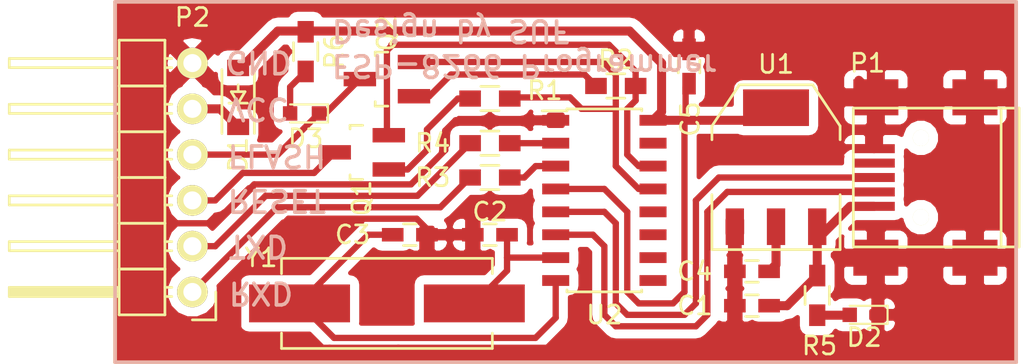
<source format=kicad_pcb>
(kicad_pcb (version 4) (host pcbnew 4.0.2-stable)

  (general
    (links 44)
    (no_connects 1)
    (area 23.414999 21.481809 80.640001 42.100001)
    (thickness 1.6)
    (drawings 15)
    (tracks 149)
    (zones 0)
    (modules 21)
    (nets 27)
  )

  (page A4)
  (layers
    (0 F.Cu signal)
    (31 B.Cu signal)
    (32 B.Adhes user)
    (33 F.Adhes user)
    (34 B.Paste user)
    (35 F.Paste user)
    (36 B.SilkS user)
    (37 F.SilkS user)
    (38 B.Mask user)
    (39 F.Mask user)
    (40 Dwgs.User user)
    (41 Cmts.User user)
    (42 Eco1.User user)
    (43 Eco2.User user)
    (44 Edge.Cuts user)
    (45 Margin user)
    (46 B.CrtYd user)
    (47 F.CrtYd user)
    (48 B.Fab user)
    (49 F.Fab user)
  )

  (setup
    (last_trace_width 0.25)
    (user_trace_width 0.35)
    (user_trace_width 0.5)
    (user_trace_width 1)
    (user_trace_width 1.5)
    (trace_clearance 0.2)
    (zone_clearance 0.5)
    (zone_45_only no)
    (trace_min 0.2)
    (segment_width 0.2)
    (edge_width 0.15)
    (via_size 0.6)
    (via_drill 0.4)
    (via_min_size 0.4)
    (via_min_drill 0.3)
    (uvia_size 0.3)
    (uvia_drill 0.1)
    (uvias_allowed no)
    (uvia_min_size 0.2)
    (uvia_min_drill 0.1)
    (pcb_text_width 0.3)
    (pcb_text_size 1.5 1.5)
    (mod_edge_width 0.15)
    (mod_text_size 1 1)
    (mod_text_width 0.15)
    (pad_size 1.7 1.7)
    (pad_drill 1)
    (pad_to_mask_clearance 0.2)
    (aux_axis_origin 0 0)
    (visible_elements 7FFFFFFF)
    (pcbplotparams
      (layerselection 0x00030_80000001)
      (usegerberextensions false)
      (excludeedgelayer true)
      (linewidth 0.100000)
      (plotframeref false)
      (viasonmask false)
      (mode 1)
      (useauxorigin false)
      (hpglpennumber 1)
      (hpglpenspeed 20)
      (hpglpendiameter 15)
      (hpglpenoverlay 2)
      (psnegative false)
      (psa4output false)
      (plotreference true)
      (plotvalue true)
      (plotinvisibletext false)
      (padsonsilk false)
      (subtractmaskfromsilk false)
      (outputformat 1)
      (mirror false)
      (drillshape 1)
      (scaleselection 1)
      (outputdirectory ""))
  )

  (net 0 "")
  (net 1 +5V)
  (net 2 GND)
  (net 3 XI)
  (net 4 XO)
  (net 5 +3V3)
  (net 6 "Net-(D1-Pad1)")
  (net 7 USB_D-)
  (net 8 USB_D+)
  (net 9 "Net-(P1-Pad4)")
  (net 10 RxD)
  (net 11 TxD)
  (net 12 ~RST)
  (net 13 ~FLASH)
  (net 14 "Net-(Q1-Pad1)")
  (net 15 ~RTS)
  (net 16 "Net-(Q2-Pad1)")
  (net 17 ~DTR)
  (net 18 "Net-(R3-Pad1)")
  (net 19 "Net-(R4-Pad1)")
  (net 20 "Net-(U2-Pad9)")
  (net 21 "Net-(U2-Pad10)")
  (net 22 "Net-(U2-Pad11)")
  (net 23 "Net-(U2-Pad12)")
  (net 24 "Net-(U2-Pad15)")
  (net 25 "Net-(D2-Pad2)")
  (net 26 "Net-(D3-Pad2)")

  (net_class Default "This is the default net class."
    (clearance 0.2)
    (trace_width 0.25)
    (via_dia 0.6)
    (via_drill 0.4)
    (uvia_dia 0.3)
    (uvia_drill 0.1)
    (add_net +3V3)
    (add_net +5V)
    (add_net GND)
    (add_net "Net-(D1-Pad1)")
    (add_net "Net-(D2-Pad2)")
    (add_net "Net-(D3-Pad2)")
    (add_net "Net-(P1-Pad4)")
    (add_net "Net-(Q1-Pad1)")
    (add_net "Net-(Q2-Pad1)")
    (add_net "Net-(R3-Pad1)")
    (add_net "Net-(R4-Pad1)")
    (add_net "Net-(U2-Pad10)")
    (add_net "Net-(U2-Pad11)")
    (add_net "Net-(U2-Pad12)")
    (add_net "Net-(U2-Pad15)")
    (add_net "Net-(U2-Pad9)")
    (add_net RxD)
    (add_net TxD)
    (add_net USB_D+)
    (add_net USB_D-)
    (add_net XI)
    (add_net XO)
    (add_net ~DTR)
    (add_net ~FLASH)
    (add_net ~RST)
    (add_net ~RTS)
  )

  (module Capacitors_SMD:C_0603_HandSoldering (layer F.Cu) (tedit 571D7858) (tstamp 571B4342)
    (at 65.3415 38.862 180)
    (descr "Capacitor SMD 0603, hand soldering")
    (tags "capacitor 0603")
    (path /571A969F)
    (attr smd)
    (fp_text reference C1 (at 3.175 0 180) (layer F.SilkS)
      (effects (font (size 1 1) (thickness 0.15)))
    )
    (fp_text value 1uF (at 0 1.397 180) (layer F.Fab) hide
      (effects (font (size 1 1) (thickness 0.15)))
    )
    (fp_line (start -1.85 -0.75) (end 1.85 -0.75) (layer F.CrtYd) (width 0.05))
    (fp_line (start -1.85 0.75) (end 1.85 0.75) (layer F.CrtYd) (width 0.05))
    (fp_line (start -1.85 -0.75) (end -1.85 0.75) (layer F.CrtYd) (width 0.05))
    (fp_line (start 1.85 -0.75) (end 1.85 0.75) (layer F.CrtYd) (width 0.05))
    (fp_line (start -0.35 -0.6) (end 0.35 -0.6) (layer F.SilkS) (width 0.15))
    (fp_line (start 0.35 0.6) (end -0.35 0.6) (layer F.SilkS) (width 0.15))
    (pad 1 smd rect (at -0.95 0 180) (size 1.2 0.75) (layers F.Cu F.Paste F.Mask)
      (net 1 +5V))
    (pad 2 smd rect (at 0.95 0 180) (size 1.2 0.75) (layers F.Cu F.Paste F.Mask)
      (net 2 GND))
    (model Capacitors_SMD.3dshapes/C_0603_HandSoldering.wrl
      (at (xyz 0 0 0))
      (scale (xyz 1 1 1))
      (rotate (xyz 0 0 0))
    )
  )

  (module Capacitors_SMD:C_0603_HandSoldering (layer F.Cu) (tedit 571D787A) (tstamp 571B434E)
    (at 50.8 34.925 180)
    (descr "Capacitor SMD 0603, hand soldering")
    (tags "capacitor 0603")
    (path /571B06E9)
    (attr smd)
    (fp_text reference C2 (at 0 1.27 180) (layer F.SilkS)
      (effects (font (size 1 1) (thickness 0.15)))
    )
    (fp_text value 22pF (at -0.127 0 180) (layer F.Fab) hide
      (effects (font (size 1 1) (thickness 0.15)))
    )
    (fp_line (start -1.85 -0.75) (end 1.85 -0.75) (layer F.CrtYd) (width 0.05))
    (fp_line (start -1.85 0.75) (end 1.85 0.75) (layer F.CrtYd) (width 0.05))
    (fp_line (start -1.85 -0.75) (end -1.85 0.75) (layer F.CrtYd) (width 0.05))
    (fp_line (start 1.85 -0.75) (end 1.85 0.75) (layer F.CrtYd) (width 0.05))
    (fp_line (start -0.35 -0.6) (end 0.35 -0.6) (layer F.SilkS) (width 0.15))
    (fp_line (start 0.35 0.6) (end -0.35 0.6) (layer F.SilkS) (width 0.15))
    (pad 1 smd rect (at -0.95 0 180) (size 1.2 0.75) (layers F.Cu F.Paste F.Mask)
      (net 3 XI))
    (pad 2 smd rect (at 0.95 0 180) (size 1.2 0.75) (layers F.Cu F.Paste F.Mask)
      (net 2 GND))
    (model Capacitors_SMD.3dshapes/C_0603_HandSoldering.wrl
      (at (xyz 0 0 0))
      (scale (xyz 1 1 1))
      (rotate (xyz 0 0 0))
    )
  )

  (module Capacitors_SMD:C_0603_HandSoldering (layer F.Cu) (tedit 571D7883) (tstamp 571B435A)
    (at 46.355 34.925)
    (descr "Capacitor SMD 0603, hand soldering")
    (tags "capacitor 0603")
    (path /571B073E)
    (attr smd)
    (fp_text reference C3 (at -3.175 0) (layer F.SilkS)
      (effects (font (size 1 1) (thickness 0.15)))
    )
    (fp_text value 22pF (at 0 0) (layer F.Fab) hide
      (effects (font (size 1 1) (thickness 0.15)))
    )
    (fp_line (start -1.85 -0.75) (end 1.85 -0.75) (layer F.CrtYd) (width 0.05))
    (fp_line (start -1.85 0.75) (end 1.85 0.75) (layer F.CrtYd) (width 0.05))
    (fp_line (start -1.85 -0.75) (end -1.85 0.75) (layer F.CrtYd) (width 0.05))
    (fp_line (start 1.85 -0.75) (end 1.85 0.75) (layer F.CrtYd) (width 0.05))
    (fp_line (start -0.35 -0.6) (end 0.35 -0.6) (layer F.SilkS) (width 0.15))
    (fp_line (start 0.35 0.6) (end -0.35 0.6) (layer F.SilkS) (width 0.15))
    (pad 1 smd rect (at -0.95 0) (size 1.2 0.75) (layers F.Cu F.Paste F.Mask)
      (net 4 XO))
    (pad 2 smd rect (at 0.95 0) (size 1.2 0.75) (layers F.Cu F.Paste F.Mask)
      (net 2 GND))
    (model Capacitors_SMD.3dshapes/C_0603_HandSoldering.wrl
      (at (xyz 0 0 0))
      (scale (xyz 1 1 1))
      (rotate (xyz 0 0 0))
    )
  )

  (module Capacitors_SMD:C_0603_HandSoldering (layer F.Cu) (tedit 571D784D) (tstamp 571B4366)
    (at 65.3415 36.957 180)
    (descr "Capacitor SMD 0603, hand soldering")
    (tags "capacitor 0603")
    (path /571A96F2)
    (attr smd)
    (fp_text reference C4 (at 3.175 0 180) (layer F.SilkS)
      (effects (font (size 1 1) (thickness 0.15)))
    )
    (fp_text value 10uF (at 0 -1.397 180) (layer F.Fab) hide
      (effects (font (size 1 1) (thickness 0.15)))
    )
    (fp_line (start -1.85 -0.75) (end 1.85 -0.75) (layer F.CrtYd) (width 0.05))
    (fp_line (start -1.85 0.75) (end 1.85 0.75) (layer F.CrtYd) (width 0.05))
    (fp_line (start -1.85 -0.75) (end -1.85 0.75) (layer F.CrtYd) (width 0.05))
    (fp_line (start 1.85 -0.75) (end 1.85 0.75) (layer F.CrtYd) (width 0.05))
    (fp_line (start -0.35 -0.6) (end 0.35 -0.6) (layer F.SilkS) (width 0.15))
    (fp_line (start 0.35 0.6) (end -0.35 0.6) (layer F.SilkS) (width 0.15))
    (pad 1 smd rect (at -0.95 0 180) (size 1.2 0.75) (layers F.Cu F.Paste F.Mask)
      (net 5 +3V3))
    (pad 2 smd rect (at 0.95 0 180) (size 1.2 0.75) (layers F.Cu F.Paste F.Mask)
      (net 2 GND))
    (model Capacitors_SMD.3dshapes/C_0603_HandSoldering.wrl
      (at (xyz 0 0 0))
      (scale (xyz 1 1 1))
      (rotate (xyz 0 0 0))
    )
  )

  (module Capacitors_SMD:C_0603_HandSoldering (layer F.Cu) (tedit 587A8DAF) (tstamp 571B4372)
    (at 61.849 25.5905 90)
    (descr "Capacitor SMD 0603, hand soldering")
    (tags "capacitor 0603")
    (path /571B919F)
    (attr smd)
    (fp_text reference C5 (at -2.921 0.0635 90) (layer F.SilkS)
      (effects (font (size 1 1) (thickness 0.15)))
    )
    (fp_text value 100nF (at 1.143 1.651 90) (layer F.Fab) hide
      (effects (font (size 1 1) (thickness 0.15)))
    )
    (fp_line (start -1.85 -0.75) (end 1.85 -0.75) (layer F.CrtYd) (width 0.05))
    (fp_line (start -1.85 0.75) (end 1.85 0.75) (layer F.CrtYd) (width 0.05))
    (fp_line (start -1.85 -0.75) (end -1.85 0.75) (layer F.CrtYd) (width 0.05))
    (fp_line (start 1.85 -0.75) (end 1.85 0.75) (layer F.CrtYd) (width 0.05))
    (fp_line (start -0.35 -0.6) (end 0.35 -0.6) (layer F.SilkS) (width 0.15))
    (fp_line (start 0.35 0.6) (end -0.35 0.6) (layer F.SilkS) (width 0.15))
    (pad 1 smd rect (at -0.95 0 90) (size 1.2 0.75) (layers F.Cu F.Paste F.Mask)
      (net 5 +3V3))
    (pad 2 smd rect (at 0.95 0 90) (size 1.2 0.75) (layers F.Cu F.Paste F.Mask)
      (net 2 GND))
    (model Capacitors_SMD.3dshapes/C_0603_HandSoldering.wrl
      (at (xyz 0 0 0))
      (scale (xyz 1 1 1))
      (rotate (xyz 0 0 0))
    )
  )

  (module Connect:USB_Mini-B (layer F.Cu) (tedit 571BE617) (tstamp 571B4396)
    (at 75.565 31.75 180)
    (descr "USB Mini-B 5-pin SMD connector")
    (tags "USB USB_B USB_Mini connector")
    (path /571A9609)
    (attr smd)
    (fp_text reference P1 (at 3.81 6.35 180) (layer F.SilkS)
      (effects (font (size 1 1) (thickness 0.15)))
    )
    (fp_text value USB (at 0 -7.0993 180) (layer F.Fab) hide
      (effects (font (size 1 1) (thickness 0.15)))
    )
    (fp_line (start -4.85 -5.7) (end 4.85 -5.7) (layer F.CrtYd) (width 0.05))
    (fp_line (start 4.85 -5.7) (end 4.85 5.7) (layer F.CrtYd) (width 0.05))
    (fp_line (start 4.85 5.7) (end -4.85 5.7) (layer F.CrtYd) (width 0.05))
    (fp_line (start -4.85 5.7) (end -4.85 -5.7) (layer F.CrtYd) (width 0.05))
    (fp_line (start -3.59918 -3.85064) (end -3.59918 3.85064) (layer F.SilkS) (width 0.15))
    (fp_line (start -4.59994 -3.85064) (end -4.59994 3.85064) (layer F.SilkS) (width 0.15))
    (fp_line (start -4.59994 3.85064) (end 4.59994 3.85064) (layer F.SilkS) (width 0.15))
    (fp_line (start 4.59994 3.85064) (end 4.59994 -3.85064) (layer F.SilkS) (width 0.15))
    (fp_line (start 4.59994 -3.85064) (end -4.59994 -3.85064) (layer F.SilkS) (width 0.15))
    (pad 1 smd rect (at 3.44932 -1.6002 180) (size 2.30124 0.50038) (layers F.Cu F.Paste F.Mask)
      (net 1 +5V))
    (pad 2 smd rect (at 3.44932 -0.8001 180) (size 2.30124 0.50038) (layers F.Cu F.Paste F.Mask)
      (net 7 USB_D-))
    (pad 3 smd rect (at 3.44932 0 180) (size 2.30124 0.50038) (layers F.Cu F.Paste F.Mask)
      (net 8 USB_D+))
    (pad 4 smd rect (at 3.44932 0.8001 180) (size 2.30124 0.50038) (layers F.Cu F.Paste F.Mask)
      (net 9 "Net-(P1-Pad4)"))
    (pad 5 smd rect (at 3.44932 1.6002 180) (size 2.30124 0.50038) (layers F.Cu F.Paste F.Mask)
      (net 2 GND))
    (pad 6 smd rect (at 3.35026 -4.45008 180) (size 2.49936 1.99898) (layers F.Cu F.Paste F.Mask)
      (net 2 GND))
    (pad 6 smd rect (at -2.14884 -4.45008 180) (size 2.49936 1.99898) (layers F.Cu F.Paste F.Mask)
      (net 2 GND))
    (pad 6 smd rect (at 3.35026 4.45008 180) (size 2.49936 1.99898) (layers F.Cu F.Paste F.Mask)
      (net 2 GND))
    (pad 6 smd rect (at -2.14884 4.45008 180) (size 2.49936 1.99898) (layers F.Cu F.Paste F.Mask)
      (net 2 GND))
    (pad "" np_thru_hole circle (at 0.8509 -2.19964 180) (size 0.89916 0.89916) (drill 0.89916) (layers *.Cu *.Mask F.SilkS))
    (pad "" np_thru_hole circle (at 0.8509 2.19964 180) (size 0.89916 0.89916) (drill 0.89916) (layers *.Cu *.Mask F.SilkS))
  )

  (module Pin_Headers:Pin_Header_Angled_1x06 (layer F.Cu) (tedit 58767975) (tstamp 571B43A0)
    (at 34.29 38.1 180)
    (descr "Through hole pin header")
    (tags "pin header")
    (path /571AEA48)
    (fp_text reference P2 (at 0 15.24 180) (layer F.SilkS)
      (effects (font (size 1 1) (thickness 0.15)))
    )
    (fp_text value PROG (at 0.381 -2.4765 180) (layer F.Fab) hide
      (effects (font (size 1 1) (thickness 0.15)))
    )
    (fp_line (start -1.5 -1.75) (end -1.5 14.45) (layer F.CrtYd) (width 0.05))
    (fp_line (start 10.65 -1.75) (end 10.65 14.45) (layer F.CrtYd) (width 0.05))
    (fp_line (start -1.5 -1.75) (end 10.65 -1.75) (layer F.CrtYd) (width 0.05))
    (fp_line (start -1.5 14.45) (end 10.65 14.45) (layer F.CrtYd) (width 0.05))
    (fp_line (start -1.3 -1.55) (end -1.3 0) (layer F.SilkS) (width 0.15))
    (fp_line (start 0 -1.55) (end -1.3 -1.55) (layer F.SilkS) (width 0.15))
    (fp_line (start 4.191 -0.127) (end 10.033 -0.127) (layer F.SilkS) (width 0.15))
    (fp_line (start 10.033 -0.127) (end 10.033 0.127) (layer F.SilkS) (width 0.15))
    (fp_line (start 10.033 0.127) (end 4.191 0.127) (layer F.SilkS) (width 0.15))
    (fp_line (start 4.191 0.127) (end 4.191 0) (layer F.SilkS) (width 0.15))
    (fp_line (start 4.191 0) (end 10.033 0) (layer F.SilkS) (width 0.15))
    (fp_line (start 1.524 -0.254) (end 1.143 -0.254) (layer F.SilkS) (width 0.15))
    (fp_line (start 1.524 0.254) (end 1.143 0.254) (layer F.SilkS) (width 0.15))
    (fp_line (start 1.524 2.286) (end 1.143 2.286) (layer F.SilkS) (width 0.15))
    (fp_line (start 1.524 2.794) (end 1.143 2.794) (layer F.SilkS) (width 0.15))
    (fp_line (start 1.524 4.826) (end 1.143 4.826) (layer F.SilkS) (width 0.15))
    (fp_line (start 1.524 5.334) (end 1.143 5.334) (layer F.SilkS) (width 0.15))
    (fp_line (start 1.524 12.954) (end 1.143 12.954) (layer F.SilkS) (width 0.15))
    (fp_line (start 1.524 12.446) (end 1.143 12.446) (layer F.SilkS) (width 0.15))
    (fp_line (start 1.524 10.414) (end 1.143 10.414) (layer F.SilkS) (width 0.15))
    (fp_line (start 1.524 9.906) (end 1.143 9.906) (layer F.SilkS) (width 0.15))
    (fp_line (start 1.524 7.874) (end 1.143 7.874) (layer F.SilkS) (width 0.15))
    (fp_line (start 1.524 7.366) (end 1.143 7.366) (layer F.SilkS) (width 0.15))
    (fp_line (start 1.524 -1.27) (end 4.064 -1.27) (layer F.SilkS) (width 0.15))
    (fp_line (start 1.524 1.27) (end 4.064 1.27) (layer F.SilkS) (width 0.15))
    (fp_line (start 1.524 1.27) (end 1.524 3.81) (layer F.SilkS) (width 0.15))
    (fp_line (start 1.524 3.81) (end 4.064 3.81) (layer F.SilkS) (width 0.15))
    (fp_line (start 4.064 2.286) (end 10.16 2.286) (layer F.SilkS) (width 0.15))
    (fp_line (start 10.16 2.286) (end 10.16 2.794) (layer F.SilkS) (width 0.15))
    (fp_line (start 10.16 2.794) (end 4.064 2.794) (layer F.SilkS) (width 0.15))
    (fp_line (start 4.064 3.81) (end 4.064 1.27) (layer F.SilkS) (width 0.15))
    (fp_line (start 4.064 1.27) (end 4.064 -1.27) (layer F.SilkS) (width 0.15))
    (fp_line (start 10.16 0.254) (end 4.064 0.254) (layer F.SilkS) (width 0.15))
    (fp_line (start 10.16 -0.254) (end 10.16 0.254) (layer F.SilkS) (width 0.15))
    (fp_line (start 4.064 -0.254) (end 10.16 -0.254) (layer F.SilkS) (width 0.15))
    (fp_line (start 1.524 1.27) (end 4.064 1.27) (layer F.SilkS) (width 0.15))
    (fp_line (start 1.524 -1.27) (end 1.524 1.27) (layer F.SilkS) (width 0.15))
    (fp_line (start 1.524 8.89) (end 4.064 8.89) (layer F.SilkS) (width 0.15))
    (fp_line (start 1.524 8.89) (end 1.524 11.43) (layer F.SilkS) (width 0.15))
    (fp_line (start 1.524 11.43) (end 4.064 11.43) (layer F.SilkS) (width 0.15))
    (fp_line (start 4.064 9.906) (end 10.16 9.906) (layer F.SilkS) (width 0.15))
    (fp_line (start 10.16 9.906) (end 10.16 10.414) (layer F.SilkS) (width 0.15))
    (fp_line (start 10.16 10.414) (end 4.064 10.414) (layer F.SilkS) (width 0.15))
    (fp_line (start 4.064 11.43) (end 4.064 8.89) (layer F.SilkS) (width 0.15))
    (fp_line (start 4.064 13.97) (end 4.064 11.43) (layer F.SilkS) (width 0.15))
    (fp_line (start 10.16 12.954) (end 4.064 12.954) (layer F.SilkS) (width 0.15))
    (fp_line (start 10.16 12.446) (end 10.16 12.954) (layer F.SilkS) (width 0.15))
    (fp_line (start 4.064 12.446) (end 10.16 12.446) (layer F.SilkS) (width 0.15))
    (fp_line (start 1.524 13.97) (end 4.064 13.97) (layer F.SilkS) (width 0.15))
    (fp_line (start 1.524 11.43) (end 1.524 13.97) (layer F.SilkS) (width 0.15))
    (fp_line (start 1.524 11.43) (end 4.064 11.43) (layer F.SilkS) (width 0.15))
    (fp_line (start 1.524 6.35) (end 4.064 6.35) (layer F.SilkS) (width 0.15))
    (fp_line (start 1.524 6.35) (end 1.524 8.89) (layer F.SilkS) (width 0.15))
    (fp_line (start 1.524 8.89) (end 4.064 8.89) (layer F.SilkS) (width 0.15))
    (fp_line (start 4.064 7.366) (end 10.16 7.366) (layer F.SilkS) (width 0.15))
    (fp_line (start 10.16 7.366) (end 10.16 7.874) (layer F.SilkS) (width 0.15))
    (fp_line (start 10.16 7.874) (end 4.064 7.874) (layer F.SilkS) (width 0.15))
    (fp_line (start 4.064 8.89) (end 4.064 6.35) (layer F.SilkS) (width 0.15))
    (fp_line (start 4.064 6.35) (end 4.064 3.81) (layer F.SilkS) (width 0.15))
    (fp_line (start 10.16 5.334) (end 4.064 5.334) (layer F.SilkS) (width 0.15))
    (fp_line (start 10.16 4.826) (end 10.16 5.334) (layer F.SilkS) (width 0.15))
    (fp_line (start 4.064 4.826) (end 10.16 4.826) (layer F.SilkS) (width 0.15))
    (fp_line (start 1.524 6.35) (end 4.064 6.35) (layer F.SilkS) (width 0.15))
    (fp_line (start 1.524 3.81) (end 1.524 6.35) (layer F.SilkS) (width 0.15))
    (fp_line (start 1.524 3.81) (end 4.064 3.81) (layer F.SilkS) (width 0.15))
    (pad 1 thru_hole circle (at 0 0 180) (size 1.7 1.7) (drill 1) (layers *.Cu *.Mask F.SilkS)
      (net 10 RxD))
    (pad 2 thru_hole circle (at 0 2.54 180) (size 1.7 1.7) (drill 1) (layers *.Cu *.Mask F.SilkS)
      (net 11 TxD))
    (pad 3 thru_hole circle (at 0 5.08 180) (size 1.7 1.7) (drill 1) (layers *.Cu *.Mask F.SilkS)
      (net 12 ~RST))
    (pad 4 thru_hole circle (at 0 7.62 180) (size 1.7 1.7) (drill 1) (layers *.Cu *.Mask F.SilkS)
      (net 13 ~FLASH))
    (pad 5 thru_hole circle (at 0 10.16 180) (size 1.7 1.7) (drill 1) (layers *.Cu *.Mask F.SilkS)
      (net 6 "Net-(D1-Pad1)"))
    (pad 6 thru_hole circle (at 0 12.7 180) (size 1.7 1.7) (drill 1) (layers *.Cu *.Mask F.SilkS)
      (net 2 GND))
    (model Pin_Headers.3dshapes/Pin_Header_Angled_1x06.wrl
      (at (xyz 0 -0.25 0))
      (scale (xyz 1 1 1))
      (rotate (xyz 0 0 90))
    )
  )

  (module TO_SOT_Packages_SMD:SOT-23_Handsoldering (layer F.Cu) (tedit 571D78C5) (tstamp 571B43AB)
    (at 43.688 30.353 90)
    (descr "SOT-23, Handsoldering")
    (tags SOT-23)
    (path /571AE8B3)
    (attr smd)
    (fp_text reference Q1 (at -2.54 0 90) (layer F.SilkS)
      (effects (font (size 1 1) (thickness 0.15)))
    )
    (fp_text value BC847BLT1G (at 1.651 1.651 90) (layer F.Fab) hide
      (effects (font (size 1 1) (thickness 0.15)))
    )
    (fp_line (start -1.49982 0.0508) (end -1.49982 -0.65024) (layer F.SilkS) (width 0.15))
    (fp_line (start -1.49982 -0.65024) (end -1.2509 -0.65024) (layer F.SilkS) (width 0.15))
    (fp_line (start 1.29916 -0.65024) (end 1.49982 -0.65024) (layer F.SilkS) (width 0.15))
    (fp_line (start 1.49982 -0.65024) (end 1.49982 0.0508) (layer F.SilkS) (width 0.15))
    (pad 1 smd rect (at -0.95 1.50114 90) (size 0.8001 1.80086) (layers F.Cu F.Paste F.Mask)
      (net 14 "Net-(Q1-Pad1)"))
    (pad 2 smd rect (at 0.95 1.50114 90) (size 0.8001 1.80086) (layers F.Cu F.Paste F.Mask)
      (net 15 ~RTS))
    (pad 3 smd rect (at 0 -1.50114 90) (size 0.8001 1.80086) (layers F.Cu F.Paste F.Mask)
      (net 12 ~RST))
    (model TO_SOT_Packages_SMD.3dshapes/SOT-23_Handsoldering.wrl
      (at (xyz 0 0 0))
      (scale (xyz 1 1 1))
      (rotate (xyz 0 0 0))
    )
  )

  (module TO_SOT_Packages_SMD:SOT-23_Handsoldering (layer F.Cu) (tedit 571D78CB) (tstamp 571B43B6)
    (at 45.085 26.289 90)
    (descr "SOT-23, Handsoldering")
    (tags SOT-23)
    (path /571AE920)
    (attr smd)
    (fp_text reference Q2 (at 2.54 0 90) (layer F.SilkS)
      (effects (font (size 1 1) (thickness 0.15)))
    )
    (fp_text value BC847BLT1G (at -1.524 1.651 90) (layer F.Fab) hide
      (effects (font (size 1 1) (thickness 0.15)))
    )
    (fp_line (start -1.49982 0.0508) (end -1.49982 -0.65024) (layer F.SilkS) (width 0.15))
    (fp_line (start -1.49982 -0.65024) (end -1.2509 -0.65024) (layer F.SilkS) (width 0.15))
    (fp_line (start 1.29916 -0.65024) (end 1.49982 -0.65024) (layer F.SilkS) (width 0.15))
    (fp_line (start 1.49982 -0.65024) (end 1.49982 0.0508) (layer F.SilkS) (width 0.15))
    (pad 1 smd rect (at -0.95 1.50114 90) (size 0.8001 1.80086) (layers F.Cu F.Paste F.Mask)
      (net 16 "Net-(Q2-Pad1)"))
    (pad 2 smd rect (at 0.95 1.50114 90) (size 0.8001 1.80086) (layers F.Cu F.Paste F.Mask)
      (net 17 ~DTR))
    (pad 3 smd rect (at 0 -1.50114 90) (size 0.8001 1.80086) (layers F.Cu F.Paste F.Mask)
      (net 13 ~FLASH))
    (model TO_SOT_Packages_SMD.3dshapes/SOT-23_Handsoldering.wrl
      (at (xyz 0 0 0))
      (scale (xyz 1 1 1))
      (rotate (xyz 0 0 0))
    )
  )

  (module Resistors_SMD:R_0603_HandSoldering (layer F.Cu) (tedit 587679C7) (tstamp 571B43C2)
    (at 50.8 27.3685 180)
    (descr "Resistor SMD 0603, hand soldering")
    (tags "resistor 0603")
    (path /571AE990)
    (attr smd)
    (fp_text reference R1 (at -3.048 0.4445 180) (layer F.SilkS)
      (effects (font (size 1 1) (thickness 0.15)))
    )
    (fp_text value 12K (at 0 1.397 180) (layer F.Fab) hide
      (effects (font (size 1 1) (thickness 0.15)))
    )
    (fp_line (start -2 -0.8) (end 2 -0.8) (layer F.CrtYd) (width 0.05))
    (fp_line (start -2 0.8) (end 2 0.8) (layer F.CrtYd) (width 0.05))
    (fp_line (start -2 -0.8) (end -2 0.8) (layer F.CrtYd) (width 0.05))
    (fp_line (start 2 -0.8) (end 2 0.8) (layer F.CrtYd) (width 0.05))
    (fp_line (start 0.5 0.675) (end -0.5 0.675) (layer F.SilkS) (width 0.15))
    (fp_line (start -0.5 -0.675) (end 0.5 -0.675) (layer F.SilkS) (width 0.15))
    (pad 1 smd rect (at -1.1 0 180) (size 1.2 0.9) (layers F.Cu F.Paste F.Mask)
      (net 17 ~DTR))
    (pad 2 smd rect (at 1.1 0 180) (size 1.2 0.9) (layers F.Cu F.Paste F.Mask)
      (net 14 "Net-(Q1-Pad1)"))
    (model Resistors_SMD.3dshapes/R_0603_HandSoldering.wrl
      (at (xyz 0 0 0))
      (scale (xyz 1 1 1))
      (rotate (xyz 0 0 0))
    )
  )

  (module Resistors_SMD:R_0603_HandSoldering (layer F.Cu) (tedit 587679BE) (tstamp 571B43CE)
    (at 57.785 26.67 180)
    (descr "Resistor SMD 0603, hand soldering")
    (tags "resistor 0603")
    (path /571AEA01)
    (attr smd)
    (fp_text reference R2 (at 0 1.4605 180) (layer F.SilkS)
      (effects (font (size 1 1) (thickness 0.15)))
    )
    (fp_text value 12K (at 0 1.397 180) (layer F.Fab) hide
      (effects (font (size 1 1) (thickness 0.15)))
    )
    (fp_line (start -2 -0.8) (end 2 -0.8) (layer F.CrtYd) (width 0.05))
    (fp_line (start -2 0.8) (end 2 0.8) (layer F.CrtYd) (width 0.05))
    (fp_line (start -2 -0.8) (end -2 0.8) (layer F.CrtYd) (width 0.05))
    (fp_line (start 2 -0.8) (end 2 0.8) (layer F.CrtYd) (width 0.05))
    (fp_line (start 0.5 0.675) (end -0.5 0.675) (layer F.SilkS) (width 0.15))
    (fp_line (start -0.5 -0.675) (end 0.5 -0.675) (layer F.SilkS) (width 0.15))
    (pad 1 smd rect (at -1.1 0 180) (size 1.2 0.9) (layers F.Cu F.Paste F.Mask)
      (net 15 ~RTS))
    (pad 2 smd rect (at 1.1 0 180) (size 1.2 0.9) (layers F.Cu F.Paste F.Mask)
      (net 16 "Net-(Q2-Pad1)"))
    (model Resistors_SMD.3dshapes/R_0603_HandSoldering.wrl
      (at (xyz 0 0 0))
      (scale (xyz 1 1 1))
      (rotate (xyz 0 0 0))
    )
  )

  (module Resistors_SMD:R_0603_HandSoldering (layer F.Cu) (tedit 571D78AD) (tstamp 571B43DA)
    (at 50.8 31.75 180)
    (descr "Resistor SMD 0603, hand soldering")
    (tags "resistor 0603")
    (path /571B4864)
    (attr smd)
    (fp_text reference R3 (at 3.175 0 180) (layer F.SilkS)
      (effects (font (size 1 1) (thickness 0.15)))
    )
    (fp_text value 470 (at 0 0 180) (layer F.Fab) hide
      (effects (font (size 1 1) (thickness 0.15)))
    )
    (fp_line (start -2 -0.8) (end 2 -0.8) (layer F.CrtYd) (width 0.05))
    (fp_line (start -2 0.8) (end 2 0.8) (layer F.CrtYd) (width 0.05))
    (fp_line (start -2 -0.8) (end -2 0.8) (layer F.CrtYd) (width 0.05))
    (fp_line (start 2 -0.8) (end 2 0.8) (layer F.CrtYd) (width 0.05))
    (fp_line (start 0.5 0.675) (end -0.5 0.675) (layer F.SilkS) (width 0.15))
    (fp_line (start -0.5 -0.675) (end 0.5 -0.675) (layer F.SilkS) (width 0.15))
    (pad 1 smd rect (at -1.1 0 180) (size 1.2 0.9) (layers F.Cu F.Paste F.Mask)
      (net 18 "Net-(R3-Pad1)"))
    (pad 2 smd rect (at 1.1 0 180) (size 1.2 0.9) (layers F.Cu F.Paste F.Mask)
      (net 10 RxD))
    (model Resistors_SMD.3dshapes/R_0603_HandSoldering.wrl
      (at (xyz 0 0 0))
      (scale (xyz 1 1 1))
      (rotate (xyz 0 0 0))
    )
  )

  (module Resistors_SMD:R_0603_HandSoldering (layer F.Cu) (tedit 571D78B4) (tstamp 571B43E6)
    (at 50.8 29.845 180)
    (descr "Resistor SMD 0603, hand soldering")
    (tags "resistor 0603")
    (path /571B47E9)
    (attr smd)
    (fp_text reference R4 (at 3.175 0 180) (layer F.SilkS)
      (effects (font (size 1 1) (thickness 0.15)))
    )
    (fp_text value 470 (at 0 -0.127 180) (layer F.Fab) hide
      (effects (font (size 1 1) (thickness 0.15)))
    )
    (fp_line (start -2 -0.8) (end 2 -0.8) (layer F.CrtYd) (width 0.05))
    (fp_line (start -2 0.8) (end 2 0.8) (layer F.CrtYd) (width 0.05))
    (fp_line (start -2 -0.8) (end -2 0.8) (layer F.CrtYd) (width 0.05))
    (fp_line (start 2 -0.8) (end 2 0.8) (layer F.CrtYd) (width 0.05))
    (fp_line (start 0.5 0.675) (end -0.5 0.675) (layer F.SilkS) (width 0.15))
    (fp_line (start -0.5 -0.675) (end 0.5 -0.675) (layer F.SilkS) (width 0.15))
    (pad 1 smd rect (at -1.1 0 180) (size 1.2 0.9) (layers F.Cu F.Paste F.Mask)
      (net 19 "Net-(R4-Pad1)"))
    (pad 2 smd rect (at 1.1 0 180) (size 1.2 0.9) (layers F.Cu F.Paste F.Mask)
      (net 11 TxD))
    (model Resistors_SMD.3dshapes/R_0603_HandSoldering.wrl
      (at (xyz 0 0 0))
      (scale (xyz 1 1 1))
      (rotate (xyz 0 0 0))
    )
  )

  (module TO_SOT_Packages_SMD:SOT-223 (layer F.Cu) (tedit 571BE5FA) (tstamp 571B43F6)
    (at 66.675 31.1785)
    (descr "module CMS SOT223 4 pins")
    (tags "CMS SOT")
    (path /571AEF6B)
    (attr smd)
    (fp_text reference U1 (at 0 -5.715) (layer F.SilkS)
      (effects (font (size 1 1) (thickness 0.15)))
    )
    (fp_text value LD1117S33TR (at 0 0.762) (layer F.Fab) hide
      (effects (font (size 1 1) (thickness 0.15)))
    )
    (fp_line (start -3.556 1.524) (end -3.556 4.572) (layer F.SilkS) (width 0.15))
    (fp_line (start -3.556 4.572) (end 3.556 4.572) (layer F.SilkS) (width 0.15))
    (fp_line (start 3.556 4.572) (end 3.556 1.524) (layer F.SilkS) (width 0.15))
    (fp_line (start -3.556 -1.524) (end -3.556 -2.286) (layer F.SilkS) (width 0.15))
    (fp_line (start -3.556 -2.286) (end -2.032 -4.572) (layer F.SilkS) (width 0.15))
    (fp_line (start -2.032 -4.572) (end 2.032 -4.572) (layer F.SilkS) (width 0.15))
    (fp_line (start 2.032 -4.572) (end 3.556 -2.286) (layer F.SilkS) (width 0.15))
    (fp_line (start 3.556 -2.286) (end 3.556 -1.524) (layer F.SilkS) (width 0.15))
    (pad 4 smd rect (at 0 -3.302) (size 3.6576 2.032) (layers F.Cu F.Paste F.Mask))
    (pad 2 smd rect (at 0 3.302) (size 1.016 2.032) (layers F.Cu F.Paste F.Mask)
      (net 5 +3V3))
    (pad 3 smd rect (at 2.286 3.302) (size 1.016 2.032) (layers F.Cu F.Paste F.Mask)
      (net 1 +5V))
    (pad 1 smd rect (at -2.286 3.302) (size 1.016 2.032) (layers F.Cu F.Paste F.Mask)
      (net 2 GND))
    (model TO_SOT_Packages_SMD.3dshapes/SOT-223.wrl
      (at (xyz 0 0 0))
      (scale (xyz 0.4 0.4 0.4))
      (rotate (xyz 0 0 0))
    )
  )

  (module Housings_SOIC:SOIC-16_3.9x9.9mm_Pitch1.27mm (layer F.Cu) (tedit 571D786A) (tstamp 571B4415)
    (at 57.15 33.02)
    (descr "16-Lead Plastic Small Outline (SL) - Narrow, 3.90 mm Body [SOIC] (see Microchip Packaging Specification 00000049BS.pdf)")
    (tags "SOIC 1.27")
    (path /571940DE)
    (attr smd)
    (fp_text reference U2 (at 0 6.35) (layer F.SilkS)
      (effects (font (size 1 1) (thickness 0.15)))
    )
    (fp_text value CH340G (at 0 -0.127 90) (layer F.Fab) hide
      (effects (font (size 1 1) (thickness 0.15)))
    )
    (fp_line (start -3.7 -5.25) (end -3.7 5.25) (layer F.CrtYd) (width 0.05))
    (fp_line (start 3.7 -5.25) (end 3.7 5.25) (layer F.CrtYd) (width 0.05))
    (fp_line (start -3.7 -5.25) (end 3.7 -5.25) (layer F.CrtYd) (width 0.05))
    (fp_line (start -3.7 5.25) (end 3.7 5.25) (layer F.CrtYd) (width 0.05))
    (fp_line (start -2.075 -5.075) (end -2.075 -4.97) (layer F.SilkS) (width 0.15))
    (fp_line (start 2.075 -5.075) (end 2.075 -4.97) (layer F.SilkS) (width 0.15))
    (fp_line (start 2.075 5.075) (end 2.075 4.97) (layer F.SilkS) (width 0.15))
    (fp_line (start -2.075 5.075) (end -2.075 4.97) (layer F.SilkS) (width 0.15))
    (fp_line (start -2.075 -5.075) (end 2.075 -5.075) (layer F.SilkS) (width 0.15))
    (fp_line (start -2.075 5.075) (end 2.075 5.075) (layer F.SilkS) (width 0.15))
    (fp_line (start -2.075 -4.97) (end -3.45 -4.97) (layer F.SilkS) (width 0.15))
    (pad 1 smd rect (at -2.7 -4.445) (size 1.5 0.6) (layers F.Cu F.Paste F.Mask)
      (net 2 GND))
    (pad 2 smd rect (at -2.7 -3.175) (size 1.5 0.6) (layers F.Cu F.Paste F.Mask)
      (net 19 "Net-(R4-Pad1)"))
    (pad 3 smd rect (at -2.7 -1.905) (size 1.5 0.6) (layers F.Cu F.Paste F.Mask)
      (net 18 "Net-(R3-Pad1)"))
    (pad 4 smd rect (at -2.7 -0.635) (size 1.5 0.6) (layers F.Cu F.Paste F.Mask)
      (net 5 +3V3))
    (pad 5 smd rect (at -2.7 0.635) (size 1.5 0.6) (layers F.Cu F.Paste F.Mask)
      (net 8 USB_D+))
    (pad 6 smd rect (at -2.7 1.905) (size 1.5 0.6) (layers F.Cu F.Paste F.Mask)
      (net 7 USB_D-))
    (pad 7 smd rect (at -2.7 3.175) (size 1.5 0.6) (layers F.Cu F.Paste F.Mask)
      (net 3 XI))
    (pad 8 smd rect (at -2.7 4.445) (size 1.5 0.6) (layers F.Cu F.Paste F.Mask)
      (net 4 XO))
    (pad 9 smd rect (at 2.7 4.445) (size 1.5 0.6) (layers F.Cu F.Paste F.Mask)
      (net 20 "Net-(U2-Pad9)"))
    (pad 10 smd rect (at 2.7 3.175) (size 1.5 0.6) (layers F.Cu F.Paste F.Mask)
      (net 21 "Net-(U2-Pad10)"))
    (pad 11 smd rect (at 2.7 1.905) (size 1.5 0.6) (layers F.Cu F.Paste F.Mask)
      (net 22 "Net-(U2-Pad11)"))
    (pad 12 smd rect (at 2.7 0.635) (size 1.5 0.6) (layers F.Cu F.Paste F.Mask)
      (net 23 "Net-(U2-Pad12)"))
    (pad 13 smd rect (at 2.7 -0.635) (size 1.5 0.6) (layers F.Cu F.Paste F.Mask)
      (net 17 ~DTR))
    (pad 14 smd rect (at 2.7 -1.905) (size 1.5 0.6) (layers F.Cu F.Paste F.Mask)
      (net 15 ~RTS))
    (pad 15 smd rect (at 2.7 -3.175) (size 1.5 0.6) (layers F.Cu F.Paste F.Mask)
      (net 24 "Net-(U2-Pad15)"))
    (pad 16 smd rect (at 2.7 -4.445) (size 1.5 0.6) (layers F.Cu F.Paste F.Mask)
      (net 5 +3V3))
    (model Housings_SOIC.3dshapes/SOIC-16_3.9x9.9mm_Pitch1.27mm.wrl
      (at (xyz 0 0 0))
      (scale (xyz 1 1 1))
      (rotate (xyz 0 0 0))
    )
  )

  (module Crystals:Crystal_HC49-SD_SMD (layer F.Cu) (tedit 571D788C) (tstamp 571B4424)
    (at 45.085 38.735 180)
    (descr "Crystal Quarz HC49-SD SMD")
    (tags "Crystal Quarz HC49-SD SMD")
    (path /571A9656)
    (attr smd)
    (fp_text reference Y1 (at 6.985 2.54 180) (layer F.SilkS)
      (effects (font (size 1 1) (thickness 0.15)))
    )
    (fp_text value 12MHz (at 0.254 0 180) (layer F.Fab) hide
      (effects (font (size 1 1) (thickness 0.15)))
    )
    (fp_circle (center 0 0) (end 0.8509 0) (layer F.Adhes) (width 0.381))
    (fp_circle (center 0 0) (end 0.50038 0) (layer F.Adhes) (width 0.381))
    (fp_circle (center 0 0) (end 0.14986 0.0508) (layer F.Adhes) (width 0.381))
    (fp_line (start -5.84962 2.49936) (end 5.84962 2.49936) (layer F.SilkS) (width 0.15))
    (fp_line (start 5.84962 -2.49936) (end -5.84962 -2.49936) (layer F.SilkS) (width 0.15))
    (fp_line (start 5.84962 2.49936) (end 5.84962 1.651) (layer F.SilkS) (width 0.15))
    (fp_line (start 5.84962 -2.49936) (end 5.84962 -1.651) (layer F.SilkS) (width 0.15))
    (fp_line (start -5.84962 2.49936) (end -5.84962 1.651) (layer F.SilkS) (width 0.15))
    (fp_line (start -5.84962 -2.49936) (end -5.84962 -1.651) (layer F.SilkS) (width 0.15))
    (pad 1 smd rect (at -4.84886 0 180) (size 5.6007 2.10058) (layers F.Cu F.Paste F.Mask)
      (net 3 XI))
    (pad 2 smd rect (at 4.84886 0 180) (size 5.6007 2.10058) (layers F.Cu F.Paste F.Mask)
      (net 4 XO))
  )

  (module Diodes_SMD:SOD-123 (layer F.Cu) (tedit 571BE5E5) (tstamp 571B437E)
    (at 36.83 27.305 90)
    (descr SOD-123)
    (tags SOD-123)
    (path /571B4147)
    (attr smd)
    (fp_text reference D1 (at -3.175 0 90) (layer F.SilkS)
      (effects (font (size 1 1) (thickness 0.15)))
    )
    (fp_text value MBR0520LT1G (at 0 2.1 90) (layer F.Fab) hide
      (effects (font (size 1 1) (thickness 0.15)))
    )
    (fp_line (start 0.3175 0) (end 0.6985 0) (layer F.SilkS) (width 0.15))
    (fp_line (start -0.6985 0) (end -0.3175 0) (layer F.SilkS) (width 0.15))
    (fp_line (start -0.3175 0) (end 0.3175 -0.381) (layer F.SilkS) (width 0.15))
    (fp_line (start 0.3175 -0.381) (end 0.3175 0.381) (layer F.SilkS) (width 0.15))
    (fp_line (start 0.3175 0.381) (end -0.3175 0) (layer F.SilkS) (width 0.15))
    (fp_line (start -0.3175 -0.508) (end -0.3175 0.508) (layer F.SilkS) (width 0.15))
    (fp_line (start -2.25 -1.05) (end 2.25 -1.05) (layer F.CrtYd) (width 0.05))
    (fp_line (start 2.25 -1.05) (end 2.25 1.05) (layer F.CrtYd) (width 0.05))
    (fp_line (start 2.25 1.05) (end -2.25 1.05) (layer F.CrtYd) (width 0.05))
    (fp_line (start -2.25 -1.05) (end -2.25 1.05) (layer F.CrtYd) (width 0.05))
    (fp_line (start -2 0.9) (end 1.54 0.9) (layer F.SilkS) (width 0.15))
    (fp_line (start -2 -0.9) (end 1.54 -0.9) (layer F.SilkS) (width 0.15))
    (pad 1 smd rect (at -1.635 0 90) (size 0.91 1.22) (layers F.Cu F.Paste F.Mask)
      (net 6 "Net-(D1-Pad1)"))
    (pad 2 smd rect (at 1.635 0 90) (size 0.91 1.22) (layers F.Cu F.Paste F.Mask)
      (net 5 +3V3))
  )

  (module LEDs:LED_0603 (layer F.Cu) (tedit 5875614B) (tstamp 58755A43)
    (at 71.5645 39.37 180)
    (descr "LED 0603 smd package")
    (tags "LED led 0603 SMD smd SMT smt smdled SMDLED smtled SMTLED")
    (path /58755745)
    (attr smd)
    (fp_text reference D2 (at 0 -1.25 180) (layer F.SilkS)
      (effects (font (size 1 1) (thickness 0.15)))
    )
    (fp_text value "PWR Blue" (at 0 1.35 180) (layer F.Fab) hide
      (effects (font (size 1 1) (thickness 0.15)))
    )
    (fp_line (start -1.3 -0.5) (end -1.3 0.5) (layer F.SilkS) (width 0.12))
    (fp_line (start -0.2 -0.2) (end -0.2 0.2) (layer F.Fab) (width 0.1))
    (fp_line (start -0.15 0) (end 0.15 -0.2) (layer F.Fab) (width 0.1))
    (fp_line (start 0.15 0.2) (end -0.15 0) (layer F.Fab) (width 0.1))
    (fp_line (start 0.15 -0.2) (end 0.15 0.2) (layer F.Fab) (width 0.1))
    (fp_line (start 0.8 0.4) (end -0.8 0.4) (layer F.Fab) (width 0.1))
    (fp_line (start 0.8 -0.4) (end 0.8 0.4) (layer F.Fab) (width 0.1))
    (fp_line (start -0.8 -0.4) (end 0.8 -0.4) (layer F.Fab) (width 0.1))
    (fp_line (start -0.8 0.4) (end -0.8 -0.4) (layer F.Fab) (width 0.1))
    (fp_line (start -1.3 0.5) (end 0.8 0.5) (layer F.SilkS) (width 0.12))
    (fp_line (start -1.3 -0.5) (end 0.8 -0.5) (layer F.SilkS) (width 0.12))
    (fp_line (start 1.45 -0.65) (end 1.45 0.65) (layer F.CrtYd) (width 0.05))
    (fp_line (start 1.45 0.65) (end -1.45 0.65) (layer F.CrtYd) (width 0.05))
    (fp_line (start -1.45 0.65) (end -1.45 -0.65) (layer F.CrtYd) (width 0.05))
    (fp_line (start -1.45 -0.65) (end 1.45 -0.65) (layer F.CrtYd) (width 0.05))
    (pad 2 smd rect (at 0.8 0) (size 0.8 0.8) (layers F.Cu F.Paste F.Mask)
      (net 25 "Net-(D2-Pad2)"))
    (pad 1 smd rect (at -0.8 0) (size 0.8 0.8) (layers F.Cu F.Paste F.Mask)
      (net 2 GND))
    (model LEDs.3dshapes/LED_0603.wrl
      (at (xyz 0 0 0))
      (scale (xyz 1 1 1))
      (rotate (xyz 0 0 180))
    )
  )

  (module LEDs:LED_0603 (layer F.Cu) (tedit 58767927) (tstamp 58755A58)
    (at 40.513 28.194 180)
    (descr "LED 0603 smd package")
    (tags "LED led 0603 SMD smd SMT smt smdled SMDLED smtled SMTLED")
    (path /58755962)
    (attr smd)
    (fp_text reference D3 (at -0.0635 -1.397 180) (layer F.SilkS)
      (effects (font (size 1 1) (thickness 0.15)))
    )
    (fp_text value "Flash Red" (at 0 1.35 180) (layer F.Fab) hide
      (effects (font (size 1 1) (thickness 0.15)))
    )
    (fp_line (start -1.3 -0.5) (end -1.3 0.5) (layer F.SilkS) (width 0.12))
    (fp_line (start -0.2 -0.2) (end -0.2 0.2) (layer F.Fab) (width 0.1))
    (fp_line (start -0.15 0) (end 0.15 -0.2) (layer F.Fab) (width 0.1))
    (fp_line (start 0.15 0.2) (end -0.15 0) (layer F.Fab) (width 0.1))
    (fp_line (start 0.15 -0.2) (end 0.15 0.2) (layer F.Fab) (width 0.1))
    (fp_line (start 0.8 0.4) (end -0.8 0.4) (layer F.Fab) (width 0.1))
    (fp_line (start 0.8 -0.4) (end 0.8 0.4) (layer F.Fab) (width 0.1))
    (fp_line (start -0.8 -0.4) (end 0.8 -0.4) (layer F.Fab) (width 0.1))
    (fp_line (start -0.8 0.4) (end -0.8 -0.4) (layer F.Fab) (width 0.1))
    (fp_line (start -1.3 0.5) (end 0.8 0.5) (layer F.SilkS) (width 0.12))
    (fp_line (start -1.3 -0.5) (end 0.8 -0.5) (layer F.SilkS) (width 0.12))
    (fp_line (start 1.45 -0.65) (end 1.45 0.65) (layer F.CrtYd) (width 0.05))
    (fp_line (start 1.45 0.65) (end -1.45 0.65) (layer F.CrtYd) (width 0.05))
    (fp_line (start -1.45 0.65) (end -1.45 -0.65) (layer F.CrtYd) (width 0.05))
    (fp_line (start -1.45 -0.65) (end 1.45 -0.65) (layer F.CrtYd) (width 0.05))
    (pad 2 smd rect (at 0.8 0) (size 0.8 0.8) (layers F.Cu F.Paste F.Mask)
      (net 26 "Net-(D3-Pad2)"))
    (pad 1 smd rect (at -0.8 0) (size 0.8 0.8) (layers F.Cu F.Paste F.Mask)
      (net 13 ~FLASH))
    (model LEDs.3dshapes/LED_0603.wrl
      (at (xyz 0 0 0))
      (scale (xyz 1 1 1))
      (rotate (xyz 0 0 180))
    )
  )

  (module Resistors_SMD:R_0603_HandSoldering (layer F.Cu) (tedit 5876794B) (tstamp 58755A68)
    (at 68.961 38.2905 270)
    (descr "Resistor SMD 0603, hand soldering")
    (tags "resistor 0603")
    (path /5875580A)
    (attr smd)
    (fp_text reference R5 (at 2.794 -0.127 360) (layer F.SilkS)
      (effects (font (size 1 1) (thickness 0.15)))
    )
    (fp_text value 220 (at 0 1.9 270) (layer F.Fab) hide
      (effects (font (size 1 1) (thickness 0.15)))
    )
    (fp_line (start -0.8 0.4) (end -0.8 -0.4) (layer F.Fab) (width 0.1))
    (fp_line (start 0.8 0.4) (end -0.8 0.4) (layer F.Fab) (width 0.1))
    (fp_line (start 0.8 -0.4) (end 0.8 0.4) (layer F.Fab) (width 0.1))
    (fp_line (start -0.8 -0.4) (end 0.8 -0.4) (layer F.Fab) (width 0.1))
    (fp_line (start -2 -0.8) (end 2 -0.8) (layer F.CrtYd) (width 0.05))
    (fp_line (start -2 0.8) (end 2 0.8) (layer F.CrtYd) (width 0.05))
    (fp_line (start -2 -0.8) (end -2 0.8) (layer F.CrtYd) (width 0.05))
    (fp_line (start 2 -0.8) (end 2 0.8) (layer F.CrtYd) (width 0.05))
    (fp_line (start 0.5 0.675) (end -0.5 0.675) (layer F.SilkS) (width 0.15))
    (fp_line (start -0.5 -0.675) (end 0.5 -0.675) (layer F.SilkS) (width 0.15))
    (pad 1 smd rect (at -1.1 0 270) (size 1.2 0.9) (layers F.Cu F.Paste F.Mask)
      (net 1 +5V))
    (pad 2 smd rect (at 1.1 0 270) (size 1.2 0.9) (layers F.Cu F.Paste F.Mask)
      (net 25 "Net-(D2-Pad2)"))
    (model Resistors_SMD.3dshapes/R_0603_HandSoldering.wrl
      (at (xyz 0 0 0))
      (scale (xyz 1 1 1))
      (rotate (xyz 0 0 0))
    )
  )

  (module Resistors_SMD:R_0603_HandSoldering (layer F.Cu) (tedit 58767933) (tstamp 58755A78)
    (at 40.5765 24.765 270)
    (descr "Resistor SMD 0603, hand soldering")
    (tags "resistor 0603")
    (path /58755968)
    (attr smd)
    (fp_text reference R6 (at 0 -1.5875 270) (layer F.SilkS)
      (effects (font (size 1 1) (thickness 0.15)))
    )
    (fp_text value 220 (at 0 1.9 270) (layer F.Fab) hide
      (effects (font (size 1 1) (thickness 0.15)))
    )
    (fp_line (start -0.8 0.4) (end -0.8 -0.4) (layer F.Fab) (width 0.1))
    (fp_line (start 0.8 0.4) (end -0.8 0.4) (layer F.Fab) (width 0.1))
    (fp_line (start 0.8 -0.4) (end 0.8 0.4) (layer F.Fab) (width 0.1))
    (fp_line (start -0.8 -0.4) (end 0.8 -0.4) (layer F.Fab) (width 0.1))
    (fp_line (start -2 -0.8) (end 2 -0.8) (layer F.CrtYd) (width 0.05))
    (fp_line (start -2 0.8) (end 2 0.8) (layer F.CrtYd) (width 0.05))
    (fp_line (start -2 -0.8) (end -2 0.8) (layer F.CrtYd) (width 0.05))
    (fp_line (start 2 -0.8) (end 2 0.8) (layer F.CrtYd) (width 0.05))
    (fp_line (start 0.5 0.675) (end -0.5 0.675) (layer F.SilkS) (width 0.15))
    (fp_line (start -0.5 -0.675) (end 0.5 -0.675) (layer F.SilkS) (width 0.15))
    (pad 1 smd rect (at -1.1 0 270) (size 1.2 0.9) (layers F.Cu F.Paste F.Mask)
      (net 5 +3V3))
    (pad 2 smd rect (at 1.1 0 270) (size 1.2 0.9) (layers F.Cu F.Paste F.Mask)
      (net 26 "Net-(D3-Pad2)"))
    (model Resistors_SMD.3dshapes/R_0603_HandSoldering.wrl
      (at (xyz 0 0 0))
      (scale (xyz 1 1 1))
      (rotate (xyz 0 0 0))
    )
  )

  (gr_text "ESP-8266 Programmer\nDesign by SUF" (at 41.91 24.5745 180) (layer B.SilkS)
    (effects (font (size 1.2 1.2) (thickness 0.2)) (justify left mirror))
  )
  (gr_text RXD (at 36.195 38.1635 180) (layer B.SilkS)
    (effects (font (size 1.2 1.2) (thickness 0.2)) (justify left mirror))
  )
  (gr_text TXD (at 36.195 35.56 180) (layer B.SilkS)
    (effects (font (size 1.2 1.2) (thickness 0.2)) (justify left mirror))
  )
  (gr_text RESET (at 36.1315 33.02 180) (layer B.SilkS)
    (effects (font (size 1.2 1.2) (thickness 0.2)) (justify left mirror))
  )
  (gr_text FLASH (at 36.1315 30.5435 180) (layer B.SilkS)
    (effects (font (size 1.2 1.2) (thickness 0.2)) (justify left mirror))
  )
  (gr_text VCC (at 36.068 27.94 180) (layer B.SilkS)
    (effects (font (size 1.2 1.2) (thickness 0.2)) (justify left mirror))
  )
  (gr_text GND (at 36.0045 25.3365 180) (layer B.SilkS)
    (effects (font (size 1.2 1.2) (thickness 0.2)) (justify left mirror))
  )
  (gr_line (start 30 42) (end 30 22) (angle 90) (layer B.SilkS) (width 0.2))
  (gr_line (start 80 42) (end 30 42) (angle 90) (layer B.SilkS) (width 0.2))
  (gr_line (start 80 22) (end 80 42) (angle 90) (layer B.SilkS) (width 0.2))
  (gr_line (start 30 22) (end 80 22) (angle 90) (layer B.SilkS) (width 0.2))
  (gr_line (start 30 42) (end 30 22) (angle 90) (layer F.SilkS) (width 0.2))
  (gr_line (start 80 42) (end 30 42) (angle 90) (layer F.SilkS) (width 0.2))
  (gr_line (start 80 22) (end 80 42) (angle 90) (layer F.SilkS) (width 0.2))
  (gr_line (start 30 22) (end 80 22) (angle 90) (layer F.SilkS) (width 0.2))

  (segment (start 66.2915 38.862) (end 67.2895 38.862) (width 0.5) (layer F.Cu) (net 1))
  (segment (start 67.2895 38.862) (end 68.961 37.1905) (width 0.5) (layer F.Cu) (net 1) (tstamp 58755D12))
  (segment (start 68.961 34.4805) (end 68.961 37.1905) (width 0.5) (layer F.Cu) (net 1))
  (segment (start 70.7898 33.3502) (end 72.11568 33.3502) (width 0.5) (layer F.Cu) (net 1) (tstamp 571BCCC6))
  (segment (start 68.961 35.179) (end 70.7898 33.3502) (width 0.5) (layer F.Cu) (net 1) (tstamp 571BCCBF))
  (segment (start 37.719 32.131) (end 46.4185 32.131) (width 0.35) (layer F.Cu) (net 2))
  (segment (start 48.3235 30.226) (end 48.3235 29.1465) (width 0.35) (layer F.Cu) (net 2) (tstamp 58755E96))
  (segment (start 46.4185 32.131) (end 48.3235 30.226) (width 0.35) (layer F.Cu) (net 2) (tstamp 58755E8F))
  (segment (start 32.385 34.29) (end 35.56 34.29) (width 0.35) (layer F.Cu) (net 2))
  (segment (start 48.895 28.575) (end 48.3235 29.1465) (width 0.35) (layer F.Cu) (net 2) (tstamp 571B861C))
  (segment (start 48.895 28.575) (end 54.45 28.575) (width 0.35) (layer F.Cu) (net 2))
  (segment (start 37.719 32.131) (end 35.56 34.29) (width 0.35) (layer F.Cu) (net 2) (tstamp 571B8623))
  (segment (start 36.83 41.275) (end 33.655 41.275) (width 0.5) (layer F.Cu) (net 2))
  (segment (start 32.385 27.305) (end 34.29 25.4) (width 0.5) (layer F.Cu) (net 2) (tstamp 571BDF0B))
  (segment (start 32.385 40.005) (end 32.385 34.29) (width 0.5) (layer F.Cu) (net 2) (tstamp 571BDF0A))
  (segment (start 32.385 34.29) (end 32.385 27.305) (width 0.5) (layer F.Cu) (net 2) (tstamp 571BDF1B))
  (segment (start 33.655 41.275) (end 32.385 40.005) (width 0.5) (layer F.Cu) (net 2) (tstamp 571BDF07))
  (segment (start 47.305 34.925) (end 47.305 34.605) (width 0.35) (layer F.Cu) (net 2))
  (segment (start 36.83 36.83) (end 36.83 41.275) (width 0.35) (layer F.Cu) (net 2) (tstamp 571BDE49))
  (segment (start 39.624 34.036) (end 36.83 36.83) (width 0.35) (layer F.Cu) (net 2) (tstamp 571BDE45))
  (segment (start 46.736 34.036) (end 39.624 34.036) (width 0.35) (layer F.Cu) (net 2) (tstamp 571BDE42))
  (segment (start 47.305 34.605) (end 46.736 34.036) (width 0.35) (layer F.Cu) (net 2) (tstamp 571BDE3E))
  (segment (start 49.85 34.925) (end 47.305 34.925) (width 0.35) (layer F.Cu) (net 2))
  (segment (start 71.26982 26.355) (end 72.21474 27.29992) (width 0.5) (layer F.Cu) (net 2) (tstamp 571BCCF2))
  (segment (start 72.21474 27.29992) (end 72.21474 30.05074) (width 0.5) (layer F.Cu) (net 2))
  (segment (start 72.21474 30.05074) (end 72.11568 30.1498) (width 0.5) (layer F.Cu) (net 2) (tstamp 571BCCE2))
  (segment (start 77.71384 27.29992) (end 72.21474 27.29992) (width 0.5) (layer F.Cu) (net 2))
  (segment (start 77.71384 36.20008) (end 77.71384 27.29992) (width 0.5) (layer F.Cu) (net 2))
  (segment (start 72.21474 36.20008) (end 77.71384 36.20008) (width 0.5) (layer F.Cu) (net 2))
  (segment (start 64.455 39.37) (end 64.455 41.275) (width 0.5) (layer F.Cu) (net 2))
  (segment (start 64.455 41.275) (end 64.77 41.275) (width 0.5) (layer F.Cu) (net 2) (tstamp 571BCCA3))
  (segment (start 64.389 36.322) (end 64.389 39.304) (width 0.5) (layer F.Cu) (net 2))
  (segment (start 64.389 39.304) (end 64.455 39.37) (width 0.5) (layer F.Cu) (net 2) (tstamp 571BCC9F))
  (segment (start 45.72 41.275) (end 64.77 41.275) (width 0.5) (layer F.Cu) (net 2))
  (segment (start 45.72 41.275) (end 41.91 41.275) (width 0.5) (layer F.Cu) (net 2) (tstamp 571B6A5A))
  (segment (start 41.91 41.275) (end 36.83 41.275) (width 0.5) (layer F.Cu) (net 2))
  (segment (start 64.77 41.275) (end 71.755 41.275) (width 0.5) (layer F.Cu) (net 2) (tstamp 571BCCA7))
  (segment (start 71.755 41.275) (end 72.21474 40.81526) (width 0.5) (layer F.Cu) (net 2) (tstamp 571BCC5C))
  (segment (start 72.21474 40.81526) (end 72.21474 39.37) (width 0.5) (layer F.Cu) (net 2) (tstamp 571BCC67))
  (segment (start 72.21474 39.37) (end 72.21474 36.20008) (width 0.5) (layer F.Cu) (net 2) (tstamp 571BCC83))
  (segment (start 54.45 28.575) (end 54.61 28.575) (width 0.5) (layer F.Cu) (net 2))
  (segment (start 51.75 36.195) (end 54.45 36.195) (width 0.35) (layer F.Cu) (net 3))
  (segment (start 51.75 34.925) (end 51.75 36.195) (width 0.35) (layer F.Cu) (net 3))
  (segment (start 51.75 36.195) (end 51.75 36.91886) (width 0.35) (layer F.Cu) (net 3) (tstamp 571BDE0C))
  (segment (start 51.75 36.91886) (end 49.93386 38.735) (width 0.35) (layer F.Cu) (net 3) (tstamp 571BDDF9))
  (segment (start 45.405 34.925) (end 44.04614 34.925) (width 0.35) (layer F.Cu) (net 4))
  (segment (start 44.04614 34.925) (end 40.23614 38.735) (width 0.35) (layer F.Cu) (net 4) (tstamp 571BDE35))
  (segment (start 54.45 37.465) (end 54.45 39.53) (width 0.35) (layer F.Cu) (net 4))
  (segment (start 42.151138 40.649998) (end 40.23614 38.735) (width 0.35) (layer F.Cu) (net 4) (tstamp 571BDDA6))
  (segment (start 53.330002 40.649998) (end 42.151138 40.649998) (width 0.35) (layer F.Cu) (net 4) (tstamp 571BDDA4))
  (segment (start 54.45 39.53) (end 53.330002 40.649998) (width 0.35) (layer F.Cu) (net 4) (tstamp 571BDDA1))
  (segment (start 61.849 26.5405) (end 61.6585 26.731) (width 0.35) (layer F.Cu) (net 5))
  (segment (start 61.6585 26.731) (end 61.6585 28.575) (width 0.35) (layer F.Cu) (net 5) (tstamp 58755DAA))
  (segment (start 66.675 34.4805) (end 66.675 36.5735) (width 0.5) (layer F.Cu) (net 5))
  (segment (start 66.675 36.5735) (end 66.2915 36.957) (width 0.5) (layer F.Cu) (net 5) (tstamp 58755C95))
  (segment (start 61.595 28.575) (end 61.6585 28.575) (width 0.5) (layer F.Cu) (net 5))
  (segment (start 61.6585 28.575) (end 65.9765 28.575) (width 0.5) (layer F.Cu) (net 5) (tstamp 58755DB3))
  (segment (start 65.9765 28.575) (end 66.675 27.8765) (width 0.5) (layer F.Cu) (net 5) (tstamp 58755C40))
  (segment (start 36.83 25.67) (end 36.984 25.67) (width 0.5) (layer F.Cu) (net 5))
  (segment (start 36.984 25.67) (end 38.7985 23.8555) (width 0.5) (layer F.Cu) (net 5) (tstamp 58755B5F))
  (segment (start 58.547 23.622) (end 40.5765 23.622) (width 0.5) (layer F.Cu) (net 5))
  (segment (start 40.5765 23.622) (end 39.032 23.622) (width 0.5) (layer F.Cu) (net 5) (tstamp 58755FC1))
  (segment (start 39.032 23.622) (end 38.7985 23.8555) (width 0.5) (layer F.Cu) (net 5) (tstamp 58755B5B))
  (segment (start 60.325 28.1) (end 59.85 28.575) (width 0.5) (layer F.Cu) (net 5) (tstamp 571BE276))
  (segment (start 61.595 28.575) (end 61.595 38.1) (width 0.35) (layer F.Cu) (net 5))
  (segment (start 57.15 32.385) (end 54.45 32.385) (width 0.35) (layer F.Cu) (net 5) (tstamp 571B6098))
  (segment (start 58.42 33.655) (end 57.15 32.385) (width 0.35) (layer F.Cu) (net 5) (tstamp 571B6096))
  (segment (start 58.42 38.1) (end 58.42 33.655) (width 0.35) (layer F.Cu) (net 5) (tstamp 571B6095))
  (segment (start 59.055 38.735) (end 58.42 38.1) (width 0.35) (layer F.Cu) (net 5) (tstamp 571B6093))
  (segment (start 60.96 38.735) (end 59.055 38.735) (width 0.35) (layer F.Cu) (net 5) (tstamp 571B6092))
  (segment (start 61.595 38.1) (end 60.96 38.735) (width 0.35) (layer F.Cu) (net 5) (tstamp 571B6091))
  (segment (start 59.85 28.575) (end 61.595 28.575) (width 0.5) (layer F.Cu) (net 5))
  (segment (start 60.325 25.4) (end 60.325 28.1) (width 0.5) (layer F.Cu) (net 5) (tstamp 571BE26C))
  (segment (start 58.547 23.622) (end 60.325 25.4) (width 0.5) (layer F.Cu) (net 5) (tstamp 58369C5E))
  (segment (start 34.29 27.94) (end 35.83 27.94) (width 0.5) (layer F.Cu) (net 6))
  (segment (start 35.83 27.94) (end 36.83 28.94) (width 0.5) (layer F.Cu) (net 6) (tstamp 571BE281))
  (segment (start 54.45 34.925) (end 56.515 34.925) (width 0.35) (layer F.Cu) (net 7))
  (segment (start 63.9699 32.5501) (end 72.11568 32.5501) (width 0.35) (layer F.Cu) (net 7) (tstamp 571BCC24))
  (segment (start 62.865 33.655) (end 63.9699 32.5501) (width 0.35) (layer F.Cu) (net 7) (tstamp 571BCC21))
  (segment (start 62.865 39.37) (end 62.865 33.655) (width 0.35) (layer F.Cu) (net 7) (tstamp 571BCC1F))
  (segment (start 62.23 40.005) (end 62.865 39.37) (width 0.35) (layer F.Cu) (net 7) (tstamp 571BCC1C))
  (segment (start 57.785 40.005) (end 62.23 40.005) (width 0.35) (layer F.Cu) (net 7) (tstamp 571BCC1B))
  (segment (start 57.15 39.37) (end 57.785 40.005) (width 0.35) (layer F.Cu) (net 7) (tstamp 571BCC19))
  (segment (start 57.15 35.56) (end 57.15 39.37) (width 0.35) (layer F.Cu) (net 7) (tstamp 571BCC16))
  (segment (start 56.515 34.925) (end 57.15 35.56) (width 0.35) (layer F.Cu) (net 7) (tstamp 571BCC13))
  (segment (start 54.45 33.655) (end 57.15 33.655) (width 0.35) (layer F.Cu) (net 8))
  (segment (start 63.5 31.75) (end 72.11568 31.75) (width 0.35) (layer F.Cu) (net 8) (tstamp 571BCC0D))
  (segment (start 62.23 33.02) (end 63.5 31.75) (width 0.35) (layer F.Cu) (net 8) (tstamp 571BCC07))
  (segment (start 62.23 38.735) (end 62.23 33.02) (width 0.35) (layer F.Cu) (net 8) (tstamp 571BCC03))
  (segment (start 61.595 39.37) (end 62.23 38.735) (width 0.35) (layer F.Cu) (net 8) (tstamp 571BCC00))
  (segment (start 58.42 39.37) (end 61.595 39.37) (width 0.35) (layer F.Cu) (net 8) (tstamp 571BCBFB))
  (segment (start 57.785 38.735) (end 58.42 39.37) (width 0.35) (layer F.Cu) (net 8) (tstamp 571BCBEB))
  (segment (start 57.785 34.29) (end 57.785 38.735) (width 0.35) (layer F.Cu) (net 8) (tstamp 571BCBEA))
  (segment (start 57.15 33.655) (end 57.785 34.29) (width 0.35) (layer F.Cu) (net 8) (tstamp 571BCBE6))
  (segment (start 49.7 31.75) (end 48.049 33.401) (width 0.35) (layer F.Cu) (net 10))
  (segment (start 38.989 33.401) (end 34.29 38.1) (width 0.35) (layer F.Cu) (net 10) (tstamp 571B85C6))
  (segment (start 48.049 33.401) (end 38.989 33.401) (width 0.35) (layer F.Cu) (net 10) (tstamp 571B85C4))
  (segment (start 49.7 29.845) (end 46.779 32.766) (width 0.35) (layer F.Cu) (net 11))
  (segment (start 35.56 35.56) (end 34.29 35.56) (width 0.35) (layer F.Cu) (net 11) (tstamp 571B85E7) (status 20))
  (segment (start 38.354 32.766) (end 35.56 35.56) (width 0.35) (layer F.Cu) (net 11) (tstamp 571B85DB))
  (segment (start 46.779 32.766) (end 38.354 32.766) (width 0.35) (layer F.Cu) (net 11) (tstamp 571B85D4))
  (segment (start 37.084 31.496) (end 41.04386 31.496) (width 0.35) (layer F.Cu) (net 12))
  (segment (start 37.084 31.496) (end 35.56 33.02) (width 0.35) (layer F.Cu) (net 12) (tstamp 571BDFA1))
  (segment (start 34.29 33.02) (end 35.56 33.02) (width 0.35) (layer F.Cu) (net 12) (tstamp 571BDFA8))
  (segment (start 41.04386 31.496) (end 42.18686 30.353) (width 0.35) (layer F.Cu) (net 12) (tstamp 58755F0E))
  (segment (start 41.313 28.194) (end 41.67886 28.194) (width 0.35) (layer F.Cu) (net 13))
  (segment (start 41.67886 28.194) (end 43.58386 26.289) (width 0.35) (layer F.Cu) (net 13) (tstamp 58756013))
  (segment (start 34.29 30.48) (end 39.027 30.48) (width 0.35) (layer F.Cu) (net 13))
  (segment (start 39.027 30.48) (end 41.313 28.194) (width 0.35) (layer F.Cu) (net 13) (tstamp 5875600D))
  (segment (start 49.7 27.3685) (end 49.022 27.3685) (width 0.35) (layer F.Cu) (net 14))
  (segment (start 46.2305 31.303) (end 45.18914 31.303) (width 0.35) (layer F.Cu) (net 14) (tstamp 58755EE1))
  (segment (start 47.3075 30.226) (end 46.2305 31.303) (width 0.35) (layer F.Cu) (net 14) (tstamp 58755EDD))
  (segment (start 47.3075 29.083) (end 47.3075 30.226) (width 0.35) (layer F.Cu) (net 14) (tstamp 58755EDA))
  (segment (start 49.022 27.3685) (end 47.3075 29.083) (width 0.35) (layer F.Cu) (net 14) (tstamp 58755ED2))
  (segment (start 49.995 27.305) (end 49.53 27.305) (width 0.35) (layer F.Cu) (net 14))
  (segment (start 45.339 24.384) (end 45.339 24.4475) (width 0.35) (layer F.Cu) (net 15))
  (segment (start 45.085 24.7015) (end 45.085 29.29886) (width 0.35) (layer F.Cu) (net 15) (tstamp 58755F95))
  (segment (start 45.339 24.4475) (end 45.085 24.7015) (width 0.35) (layer F.Cu) (net 15) (tstamp 58755F94))
  (segment (start 45.085 29.29886) (end 45.18914 29.403) (width 0.35) (layer F.Cu) (net 15) (tstamp 58755F98))
  (segment (start 58.885 25.865) (end 58.885 26.67) (width 0.35) (layer F.Cu) (net 15))
  (segment (start 58.885 25.865) (end 57.404 24.384) (width 0.35) (layer F.Cu) (net 15) (tstamp 571BE241))
  (segment (start 57.404 24.384) (end 45.339 24.384) (width 0.35) (layer F.Cu) (net 15))
  (segment (start 58.885 26.67) (end 58.885 27.475) (width 0.35) (layer F.Cu) (net 15))
  (segment (start 59.055 31.115) (end 59.85 31.115) (width 0.35) (layer F.Cu) (net 15) (tstamp 571BE175))
  (segment (start 58.42 30.48) (end 59.055 31.115) (width 0.35) (layer F.Cu) (net 15) (tstamp 571BE174))
  (segment (start 58.42 27.94) (end 58.42 30.48) (width 0.35) (layer F.Cu) (net 15) (tstamp 571BE171))
  (segment (start 58.885 27.475) (end 58.42 27.94) (width 0.35) (layer F.Cu) (net 15) (tstamp 571BE16E))
  (segment (start 56.685 26.67) (end 56.05 26.035) (width 0.35) (layer F.Cu) (net 16))
  (segment (start 47.437 27.239) (end 46.58614 27.239) (width 0.35) (layer F.Cu) (net 16) (tstamp 58755F61))
  (segment (start 48.641 26.035) (end 47.437 27.239) (width 0.35) (layer F.Cu) (net 16) (tstamp 58755F5D))
  (segment (start 56.05 26.035) (end 48.641 26.035) (width 0.35) (layer F.Cu) (net 16) (tstamp 58755F55))
  (segment (start 46.58614 25.339) (end 57.089 25.339) (width 0.35) (layer F.Cu) (net 17))
  (segment (start 57.785 26.035) (end 57.785 27.94) (width 0.35) (layer F.Cu) (net 17) (tstamp 571BE205))
  (segment (start 57.089 25.339) (end 57.785 26.035) (width 0.35) (layer F.Cu) (net 17) (tstamp 58369D77))
  (segment (start 51.9635 27.305) (end 55.245 27.305) (width 0.35) (layer F.Cu) (net 17))
  (segment (start 55.245 27.305) (end 55.88 27.94) (width 0.35) (layer F.Cu) (net 17) (tstamp 571BE210))
  (segment (start 55.88 27.94) (end 57.785 27.94) (width 0.35) (layer F.Cu) (net 17) (tstamp 571BE213))
  (segment (start 51.9635 27.305) (end 51.9 27.3685) (width 0.35) (layer F.Cu) (net 17) (tstamp 58755E41))
  (segment (start 57.785 27.94) (end 57.785 31.115) (width 0.35) (layer F.Cu) (net 17) (tstamp 571BE218))
  (segment (start 59.055 32.385) (end 59.85 32.385) (width 0.35) (layer F.Cu) (net 17) (tstamp 571BE20A))
  (segment (start 57.785 31.115) (end 59.055 32.385) (width 0.35) (layer F.Cu) (net 17) (tstamp 571BE208))
  (segment (start 54.45 31.115) (end 53.34 31.115) (width 0.35) (layer F.Cu) (net 18))
  (segment (start 52.705 31.75) (end 51.9 31.75) (width 0.35) (layer F.Cu) (net 18) (tstamp 571B6A34))
  (segment (start 53.34 31.115) (end 52.705 31.75) (width 0.35) (layer F.Cu) (net 18) (tstamp 571B6A33))
  (segment (start 54.45 29.845) (end 51.9 29.845) (width 0.35) (layer F.Cu) (net 19))
  (segment (start 68.961 39.3905) (end 70.744 39.3905) (width 0.5) (layer F.Cu) (net 25))
  (segment (start 70.744 39.3905) (end 70.7645 39.37) (width 0.5) (layer F.Cu) (net 25) (tstamp 58755D59))
  (segment (start 39.713 28.194) (end 39.713 26.7285) (width 0.35) (layer F.Cu) (net 26))
  (segment (start 39.713 26.7285) (end 40.5765 25.865) (width 0.35) (layer F.Cu) (net 26) (tstamp 58756006))

  (zone (net 2) (net_name GND) (layer F.Cu) (tstamp 571BE343) (hatch edge 0.508)
    (connect_pads (clearance 0.5))
    (min_thickness 0.254)
    (fill yes (arc_segments 16) (thermal_gap 0.508) (thermal_bridge_width 1))
    (polygon
      (pts
        (xy 80 42) (xy 30 42) (xy 30 22) (xy 80 22) (xy 80.01 41.91)
      )
    )
    (filled_polygon
      (pts
        (xy 79.882981 41.873) (xy 30.127 41.873) (xy 30.127 28.232505) (xy 32.812744 28.232505) (xy 33.03713 28.77556)
        (xy 33.452254 29.191409) (xy 33.496463 29.209766) (xy 33.45444 29.22713) (xy 33.038591 29.642254) (xy 32.813257 30.184918)
        (xy 32.812744 30.772505) (xy 33.03713 31.31556) (xy 33.452254 31.731409) (xy 33.496463 31.749766) (xy 33.45444 31.76713)
        (xy 33.038591 32.182254) (xy 32.813257 32.724918) (xy 32.812744 33.312505) (xy 33.03713 33.85556) (xy 33.452254 34.271409)
        (xy 33.496463 34.289766) (xy 33.45444 34.30713) (xy 33.038591 34.722254) (xy 32.813257 35.264918) (xy 32.812744 35.852505)
        (xy 33.03713 36.39556) (xy 33.452254 36.811409) (xy 33.496463 36.829766) (xy 33.45444 36.84713) (xy 33.038591 37.262254)
        (xy 32.813257 37.804918) (xy 32.812744 38.392505) (xy 33.03713 38.93556) (xy 33.452254 39.351409) (xy 33.994918 39.576743)
        (xy 34.582505 39.577256) (xy 35.12556 39.35287) (xy 35.541409 38.937746) (xy 35.766743 38.395082) (xy 35.767256 37.807495)
        (xy 35.752476 37.771724) (xy 39.321199 34.203) (xy 43.710866 34.203) (xy 43.47904 34.3579) (xy 43.479038 34.357903)
        (xy 40.791513 37.045427) (xy 37.43579 37.045427) (xy 37.203438 37.089147) (xy 36.990037 37.226467) (xy 36.846873 37.435993)
        (xy 36.796507 37.68471) (xy 36.796507 39.78529) (xy 36.840227 40.017642) (xy 36.977547 40.231043) (xy 37.187073 40.374207)
        (xy 37.43579 40.424573) (xy 40.791513 40.424573) (xy 41.584038 41.217098) (xy 41.844226 41.390949) (xy 42.151138 41.451998)
        (xy 53.329997 41.451998) (xy 53.330002 41.451999) (xy 53.636914 41.390949) (xy 53.897102 41.217098) (xy 55.017097 40.097102)
        (xy 55.0171 40.0971) (xy 55.190951 39.836912) (xy 55.252 39.53) (xy 55.252 38.394499) (xy 55.432352 38.360563)
        (xy 55.645753 38.223243) (xy 55.788917 38.013717) (xy 55.839283 37.765) (xy 55.839283 37.165) (xy 55.795563 36.932648)
        (xy 55.72973 36.83034) (xy 55.788917 36.743717) (xy 55.839283 36.495) (xy 55.839283 35.895) (xy 55.807672 35.727)
        (xy 56.1828 35.727) (xy 56.348 35.892199) (xy 56.348 39.369995) (xy 56.347999 39.37) (xy 56.409049 39.676912)
        (xy 56.5829 39.9371) (xy 57.217898 40.572097) (xy 57.2179 40.5721) (xy 57.478088 40.745951) (xy 57.785 40.807001)
        (xy 57.785005 40.807) (xy 62.229995 40.807) (xy 62.23 40.807001) (xy 62.536912 40.745951) (xy 62.7971 40.5721)
        (xy 63.432097 39.937102) (xy 63.4321 39.9371) (xy 63.516697 39.810492) (xy 63.665191 39.872) (xy 63.93275 39.872)
        (xy 64.0915 39.71325) (xy 64.0915 39.0495) (xy 63.9985 39.0495) (xy 63.9985 38.6745) (xy 64.0915 38.6745)
        (xy 64.0915 38.01075) (xy 63.99025 37.9095) (xy 64.0915 37.80825) (xy 64.0915 37.1445) (xy 63.9985 37.1445)
        (xy 63.9985 36.7695) (xy 64.0915 36.7695) (xy 64.0915 36.10575) (xy 64.04675 36.061) (xy 64.135 35.97275)
        (xy 64.135 34.8535) (xy 63.996 34.8535) (xy 63.996 34.1075) (xy 64.135 34.1075) (xy 64.135 34.0875)
        (xy 64.643 34.0875) (xy 64.643 34.1075) (xy 64.782 34.1075) (xy 64.782 34.8535) (xy 64.643 34.8535)
        (xy 64.643 35.97275) (xy 64.73375 36.0635) (xy 64.6915 36.10575) (xy 64.6915 36.7695) (xy 64.7845 36.7695)
        (xy 64.7845 37.1445) (xy 64.6915 37.1445) (xy 64.6915 37.80825) (xy 64.79275 37.9095) (xy 64.6915 38.01075)
        (xy 64.6915 38.6745) (xy 64.7845 38.6745) (xy 64.7845 39.0495) (xy 64.6915 39.0495) (xy 64.6915 39.71325)
        (xy 64.85025 39.872) (xy 65.117809 39.872) (xy 65.351198 39.775327) (xy 65.35832 39.768205) (xy 65.442783 39.825917)
        (xy 65.6915 39.876283) (xy 66.8915 39.876283) (xy 67.123852 39.832563) (xy 67.269253 39.739) (xy 67.2895 39.739)
        (xy 67.625113 39.672242) (xy 67.871717 39.507468) (xy 67.871717 39.9905) (xy 67.915437 40.222852) (xy 68.052757 40.436253)
        (xy 68.262283 40.579417) (xy 68.511 40.629783) (xy 69.411 40.629783) (xy 69.643352 40.586063) (xy 69.856753 40.448743)
        (xy 69.980592 40.2675) (xy 69.981991 40.2675) (xy 70.115783 40.358917) (xy 70.3645 40.409283) (xy 71.1645 40.409283)
        (xy 71.396852 40.365563) (xy 71.558208 40.261733) (xy 71.604802 40.308327) (xy 71.838191 40.405) (xy 72.00575 40.405)
        (xy 72.1645 40.24625) (xy 72.1645 39.57) (xy 72.5645 39.57) (xy 72.5645 40.24625) (xy 72.72325 40.405)
        (xy 72.890809 40.405) (xy 73.124198 40.308327) (xy 73.302827 40.129699) (xy 73.3995 39.89631) (xy 73.3995 39.72875)
        (xy 73.24075 39.57) (xy 72.5645 39.57) (xy 72.1645 39.57) (xy 71.9715 39.57) (xy 71.9715 39.17)
        (xy 72.1645 39.17) (xy 72.1645 38.49375) (xy 72.5645 38.49375) (xy 72.5645 39.17) (xy 73.24075 39.17)
        (xy 73.3995 39.01125) (xy 73.3995 38.84369) (xy 73.302827 38.610301) (xy 73.124198 38.431673) (xy 72.890809 38.335)
        (xy 72.72325 38.335) (xy 72.5645 38.49375) (xy 72.1645 38.49375) (xy 72.00575 38.335) (xy 71.838191 38.335)
        (xy 71.604802 38.431673) (xy 71.557088 38.479387) (xy 71.413217 38.381083) (xy 71.1645 38.330717) (xy 70.3645 38.330717)
        (xy 70.132148 38.374437) (xy 69.959738 38.48538) (xy 69.869243 38.344747) (xy 69.790826 38.291166) (xy 69.856753 38.248743)
        (xy 69.999917 38.039217) (xy 70.050283 37.7905) (xy 70.050283 36.73183) (xy 70.33006 36.73183) (xy 70.33006 37.32588)
        (xy 70.426733 37.559269) (xy 70.605362 37.737897) (xy 70.838751 37.83457) (xy 71.68299 37.83457) (xy 71.84174 37.67582)
        (xy 71.84174 36.57308) (xy 72.58774 36.57308) (xy 72.58774 37.67582) (xy 72.74649 37.83457) (xy 73.590729 37.83457)
        (xy 73.824118 37.737897) (xy 74.002747 37.559269) (xy 74.09942 37.32588) (xy 74.09942 36.73183) (xy 75.82916 36.73183)
        (xy 75.82916 37.32588) (xy 75.925833 37.559269) (xy 76.104462 37.737897) (xy 76.337851 37.83457) (xy 77.18209 37.83457)
        (xy 77.34084 37.67582) (xy 77.34084 36.57308) (xy 78.08684 36.57308) (xy 78.08684 37.67582) (xy 78.24559 37.83457)
        (xy 79.089829 37.83457) (xy 79.323218 37.737897) (xy 79.501847 37.559269) (xy 79.59852 37.32588) (xy 79.59852 36.73183)
        (xy 79.43977 36.57308) (xy 78.08684 36.57308) (xy 77.34084 36.57308) (xy 75.98791 36.57308) (xy 75.82916 36.73183)
        (xy 74.09942 36.73183) (xy 73.94067 36.57308) (xy 72.58774 36.57308) (xy 71.84174 36.57308) (xy 70.48881 36.57308)
        (xy 70.33006 36.73183) (xy 70.050283 36.73183) (xy 70.050283 36.5905) (xy 70.006563 36.358148) (xy 69.869243 36.144747)
        (xy 69.838 36.123399) (xy 69.838 36.004132) (xy 69.914753 35.954743) (xy 70.057917 35.745217) (xy 70.108283 35.4965)
        (xy 70.108283 35.271983) (xy 70.347083 35.033182) (xy 70.33006 35.07428) (xy 70.33006 35.66833) (xy 70.48881 35.82708)
        (xy 71.84174 35.82708) (xy 71.84174 34.72434) (xy 72.58774 34.72434) (xy 72.58774 35.82708) (xy 73.94067 35.82708)
        (xy 74.09942 35.66833) (xy 74.09942 35.07428) (xy 75.82916 35.07428) (xy 75.82916 35.66833) (xy 75.98791 35.82708)
        (xy 77.34084 35.82708) (xy 77.34084 34.72434) (xy 78.08684 34.72434) (xy 78.08684 35.82708) (xy 79.43977 35.82708)
        (xy 79.59852 35.66833) (xy 79.59852 35.07428) (xy 79.501847 34.840891) (xy 79.323218 34.662263) (xy 79.089829 34.56559)
        (xy 78.24559 34.56559) (xy 78.08684 34.72434) (xy 77.34084 34.72434) (xy 77.18209 34.56559) (xy 76.337851 34.56559)
        (xy 76.104462 34.662263) (xy 75.925833 34.840891) (xy 75.82916 35.07428) (xy 74.09942 35.07428) (xy 74.002747 34.840891)
        (xy 73.824118 34.662263) (xy 73.590729 34.56559) (xy 72.74649 34.56559) (xy 72.58774 34.72434) (xy 71.84174 34.72434)
        (xy 71.68299 34.56559) (xy 70.838751 34.56559) (xy 70.797651 34.582614) (xy 71.140592 34.239673) (xy 73.2663 34.239673)
        (xy 73.498652 34.195953) (xy 73.637383 34.106682) (xy 73.637334 34.162845) (xy 73.800888 34.558677) (xy 74.10347 34.861788)
        (xy 74.499016 35.026032) (xy 74.927305 35.026406) (xy 75.323137 34.862852) (xy 75.626248 34.56027) (xy 75.790492 34.164724)
        (xy 75.790866 33.736435) (xy 75.627312 33.340603) (xy 75.32473 33.037492) (xy 74.929184 32.873248) (xy 74.500895 32.872874)
        (xy 74.105063 33.036428) (xy 73.905583 33.23556) (xy 73.905583 33.10001) (xy 73.87635 32.944649) (xy 73.905583 32.80029)
        (xy 73.905583 32.29991) (xy 73.87635 32.144549) (xy 73.905583 32.00019) (xy 73.905583 31.49981) (xy 73.87635 31.344449)
        (xy 73.905583 31.20009) (xy 73.905583 30.69971) (xy 73.881808 30.573357) (xy 73.9013 30.5263) (xy 73.9013 30.259985)
        (xy 74.10347 30.462508) (xy 74.499016 30.626752) (xy 74.927305 30.627126) (xy 75.323137 30.463572) (xy 75.626248 30.16099)
        (xy 75.790492 29.765444) (xy 75.790866 29.337155) (xy 75.627312 28.941323) (xy 75.32473 28.638212) (xy 74.929184 28.473968)
        (xy 74.500895 28.473594) (xy 74.105063 28.637148) (xy 73.801952 28.93973) (xy 73.637708 29.335276) (xy 73.637675 29.37296)
        (xy 73.625998 29.361283) (xy 73.392609 29.26461) (xy 72.64743 29.26461) (xy 72.48868 29.42336) (xy 72.48868 30.024705)
        (xy 72.50868 30.024705) (xy 72.50868 30.060427) (xy 70.96506 30.060427) (xy 70.732708 30.104147) (xy 70.519307 30.241467)
        (xy 70.496466 30.274895) (xy 70.48881 30.274895) (xy 70.33006 30.433645) (xy 70.33006 30.5263) (xy 70.350769 30.576295)
        (xy 70.325777 30.69971) (xy 70.325777 30.948) (xy 63.5 30.948) (xy 63.193088 31.009049) (xy 62.9329 31.1829)
        (xy 62.932898 31.182903) (xy 62.397 31.718801) (xy 62.397 29.7733) (xy 70.33006 29.7733) (xy 70.33006 29.865955)
        (xy 70.48881 30.024705) (xy 71.74268 30.024705) (xy 71.74268 29.42336) (xy 71.58393 29.26461) (xy 70.838751 29.26461)
        (xy 70.605362 29.361283) (xy 70.426733 29.539911) (xy 70.33006 29.7733) (xy 62.397 29.7733) (xy 62.397 29.452)
        (xy 64.55443 29.452) (xy 64.597483 29.481417) (xy 64.8462 29.531783) (xy 68.5038 29.531783) (xy 68.736152 29.488063)
        (xy 68.949553 29.350743) (xy 69.092717 29.141217) (xy 69.143083 28.8925) (xy 69.143083 27.83167) (xy 70.33006 27.83167)
        (xy 70.33006 28.42572) (xy 70.426733 28.659109) (xy 70.605362 28.837737) (xy 70.838751 28.93441) (xy 71.68299 28.93441)
        (xy 71.84174 28.77566) (xy 71.84174 27.67292) (xy 72.58774 27.67292) (xy 72.58774 28.77566) (xy 72.74649 28.93441)
        (xy 73.590729 28.93441) (xy 73.824118 28.837737) (xy 74.002747 28.659109) (xy 74.09942 28.42572) (xy 74.09942 27.83167)
        (xy 75.82916 27.83167) (xy 75.82916 28.42572) (xy 75.925833 28.659109) (xy 76.104462 28.837737) (xy 76.337851 28.93441)
        (xy 77.18209 28.93441) (xy 77.34084 28.77566) (xy 77.34084 27.67292) (xy 78.08684 27.67292) (xy 78.08684 28.77566)
        (xy 78.24559 28.93441) (xy 79.089829 28.93441) (xy 79.323218 28.837737) (xy 79.501847 28.659109) (xy 79.59852 28.42572)
        (xy 79.59852 27.83167) (xy 79.43977 27.67292) (xy 78.08684 27.67292) (xy 77.34084 27.67292) (xy 75.98791 27.67292)
        (xy 75.82916 27.83167) (xy 74.09942 27.83167) (xy 73.94067 27.67292) (xy 72.58774 27.67292) (xy 71.84174 27.67292)
        (xy 70.48881 27.67292) (xy 70.33006 27.83167) (xy 69.143083 27.83167) (xy 69.143083 26.8605) (xy 69.099363 26.628148)
        (xy 68.962043 26.414747) (xy 68.752517 26.271583) (xy 68.5038 26.221217) (xy 64.8462 26.221217) (xy 64.613848 26.264937)
        (xy 64.400447 26.402257) (xy 64.257283 26.611783) (xy 64.206917 26.8605) (xy 64.206917 27.698) (xy 62.515503 27.698)
        (xy 62.669753 27.598743) (xy 62.812917 27.389217) (xy 62.863283 27.1405) (xy 62.863283 26.17412) (xy 70.33006 26.17412)
        (xy 70.33006 26.76817) (xy 70.48881 26.92692) (xy 71.84174 26.92692) (xy 71.84174 25.82418) (xy 72.58774 25.82418)
        (xy 72.58774 26.92692) (xy 73.94067 26.92692) (xy 74.09942 26.76817) (xy 74.09942 26.17412) (xy 75.82916 26.17412)
        (xy 75.82916 26.76817) (xy 75.98791 26.92692) (xy 77.34084 26.92692) (xy 77.34084 25.82418) (xy 78.08684 25.82418)
        (xy 78.08684 26.92692) (xy 79.43977 26.92692) (xy 79.59852 26.76817) (xy 79.59852 26.17412) (xy 79.501847 25.940731)
        (xy 79.323218 25.762103) (xy 79.089829 25.66543) (xy 78.24559 25.66543) (xy 78.08684 25.82418) (xy 77.34084 25.82418)
        (xy 77.18209 25.66543) (xy 76.337851 25.66543) (xy 76.104462 25.762103) (xy 75.925833 25.940731) (xy 75.82916 26.17412)
        (xy 74.09942 26.17412) (xy 74.002747 25.940731) (xy 73.824118 25.762103) (xy 73.590729 25.66543) (xy 72.74649 25.66543)
        (xy 72.58774 25.82418) (xy 71.84174 25.82418) (xy 71.68299 25.66543) (xy 70.838751 25.66543) (xy 70.605362 25.762103)
        (xy 70.426733 25.940731) (xy 70.33006 26.17412) (xy 62.863283 26.17412) (xy 62.863283 25.9405) (xy 62.819563 25.708148)
        (xy 62.754887 25.607638) (xy 62.762327 25.600198) (xy 62.859 25.366809) (xy 62.859 25.09925) (xy 62.70025 24.9405)
        (xy 62.0365 24.9405) (xy 62.0365 25.0335) (xy 61.6615 25.0335) (xy 61.6615 24.9405) (xy 61.052464 24.9405)
        (xy 60.945133 24.779867) (xy 60.94513 24.779865) (xy 60.079457 23.914191) (xy 60.839 23.914191) (xy 60.839 24.18175)
        (xy 60.99775 24.3405) (xy 61.6615 24.3405) (xy 61.6615 23.56425) (xy 62.0365 23.56425) (xy 62.0365 24.3405)
        (xy 62.70025 24.3405) (xy 62.859 24.18175) (xy 62.859 23.914191) (xy 62.762327 23.680802) (xy 62.583699 23.502173)
        (xy 62.35031 23.4055) (xy 62.19525 23.4055) (xy 62.0365 23.56425) (xy 61.6615 23.56425) (xy 61.50275 23.4055)
        (xy 61.34769 23.4055) (xy 61.114301 23.502173) (xy 60.935673 23.680802) (xy 60.839 23.914191) (xy 60.079457 23.914191)
        (xy 59.167133 23.001867) (xy 58.882613 22.811758) (xy 58.547 22.745) (xy 41.565663 22.745) (xy 41.484743 22.619247)
        (xy 41.275217 22.476083) (xy 41.0265 22.425717) (xy 40.1265 22.425717) (xy 39.894148 22.469437) (xy 39.680747 22.606757)
        (xy 39.586289 22.745) (xy 39.032005 22.745) (xy 39.032 22.744999) (xy 38.696387 22.811758) (xy 38.411867 23.001867)
        (xy 38.178367 23.235367) (xy 38.178365 23.23537) (xy 36.838017 24.575717) (xy 36.22 24.575717) (xy 35.987648 24.619437)
        (xy 35.774247 24.756757) (xy 35.701261 24.863575) (xy 35.696418 24.83923) (xy 35.475115 24.742386) (xy 34.817502 25.4)
        (xy 35.475115 26.057614) (xy 35.580717 26.011402) (xy 35.580717 26.125) (xy 35.624437 26.357352) (xy 35.761757 26.570753)
        (xy 35.971283 26.713917) (xy 36.22 26.764283) (xy 37.44 26.764283) (xy 37.672352 26.720563) (xy 37.885753 26.583243)
        (xy 38.028917 26.373717) (xy 38.079283 26.125) (xy 38.079283 25.814983) (xy 39.395265 24.499) (xy 39.531997 24.499)
        (xy 39.668257 24.710753) (xy 39.746674 24.764334) (xy 39.680747 24.806757) (xy 39.537583 25.016283) (xy 39.487217 25.265)
        (xy 39.487217 25.820083) (xy 39.1459 26.1614) (xy 38.972049 26.421588) (xy 38.910999 26.7285) (xy 38.911 26.728505)
        (xy 38.911 27.307603) (xy 38.867247 27.335757) (xy 38.724083 27.545283) (xy 38.673717 27.794) (xy 38.673717 28.594)
        (xy 38.717437 28.826352) (xy 38.854757 29.039753) (xy 39.064283 29.182917) (xy 39.168732 29.204068) (xy 38.6948 29.678)
        (xy 38.005492 29.678) (xy 38.028917 29.643717) (xy 38.079283 29.395) (xy 38.079283 28.485) (xy 38.035563 28.252648)
        (xy 37.898243 28.039247) (xy 37.688717 27.896083) (xy 37.44 27.845717) (xy 36.975982 27.845717) (xy 36.450133 27.319867)
        (xy 36.165613 27.129758) (xy 35.83 27.063) (xy 35.501502 27.063) (xy 35.127746 26.688591) (xy 34.936994 26.609384)
        (xy 34.947614 26.585115) (xy 34.29 25.927502) (xy 33.632386 26.585115) (xy 33.642944 26.609242) (xy 33.45444 26.68713)
        (xy 33.038591 27.102254) (xy 32.813257 27.644918) (xy 32.812744 28.232505) (xy 30.127 28.232505) (xy 30.127 25.420129)
        (xy 32.776041 25.420129) (xy 32.883582 25.96077) (xy 33.104885 26.057614) (xy 33.762498 25.4) (xy 33.104885 24.742386)
        (xy 32.883582 24.83923) (xy 32.776041 25.420129) (xy 30.127 25.420129) (xy 30.127 24.214885) (xy 33.632386 24.214885)
        (xy 34.29 24.872498) (xy 34.947614 24.214885) (xy 34.85077 23.993582) (xy 34.269871 23.886041) (xy 33.72923 23.993582)
        (xy 33.632386 24.214885) (xy 30.127 24.214885) (xy 30.127 22.127) (xy 79.873064 22.127)
      )
    )
    (filled_polygon
      (pts
        (xy 53.060717 32.685) (xy 53.104437 32.917352) (xy 53.17027 33.01966) (xy 53.111083 33.106283) (xy 53.060717 33.355)
        (xy 53.060717 33.955) (xy 53.104437 34.187352) (xy 53.17027 34.28966) (xy 53.111083 34.376283) (xy 53.060717 34.625)
        (xy 53.060717 35.225) (xy 53.092328 35.393) (xy 52.97045 35.393) (xy 52.989283 35.3) (xy 52.989283 34.55)
        (xy 52.945563 34.317648) (xy 52.808243 34.104247) (xy 52.598717 33.961083) (xy 52.35 33.910717) (xy 51.15 33.910717)
        (xy 50.917648 33.954437) (xy 50.817138 34.019113) (xy 50.809698 34.011673) (xy 50.576309 33.915) (xy 50.30875 33.915)
        (xy 50.15 34.07375) (xy 50.15 34.7375) (xy 50.243 34.7375) (xy 50.243 35.1125) (xy 50.15 35.1125)
        (xy 50.15 35.77625) (xy 50.30875 35.935) (xy 50.576309 35.935) (xy 50.809698 35.838327) (xy 50.81682 35.831205)
        (xy 50.901283 35.888917) (xy 50.948 35.898377) (xy 50.948 36.58666) (xy 50.489233 37.045427) (xy 47.13351 37.045427)
        (xy 46.901158 37.089147) (xy 46.687757 37.226467) (xy 46.544593 37.435993) (xy 46.494227 37.68471) (xy 46.494227 39.78529)
        (xy 46.506026 39.847998) (xy 43.663074 39.847998) (xy 43.675773 39.78529) (xy 43.675773 37.68471) (xy 43.632053 37.452358)
        (xy 43.494733 37.238957) (xy 43.285207 37.095793) (xy 43.055968 37.049371) (xy 44.354378 35.750961) (xy 44.556283 35.888917)
        (xy 44.805 35.939283) (xy 46.005 35.939283) (xy 46.237352 35.895563) (xy 46.337862 35.830887) (xy 46.345302 35.838327)
        (xy 46.578691 35.935) (xy 46.84625 35.935) (xy 47.005 35.77625) (xy 47.005 35.1125) (xy 47.605 35.1125)
        (xy 47.605 35.77625) (xy 47.76375 35.935) (xy 48.031309 35.935) (xy 48.264698 35.838327) (xy 48.443327 35.659699)
        (xy 48.54 35.42631) (xy 48.54 35.27125) (xy 48.615 35.27125) (xy 48.615 35.42631) (xy 48.711673 35.659699)
        (xy 48.890302 35.838327) (xy 49.123691 35.935) (xy 49.39125 35.935) (xy 49.55 35.77625) (xy 49.55 35.1125)
        (xy 48.77375 35.1125) (xy 48.615 35.27125) (xy 48.54 35.27125) (xy 48.38125 35.1125) (xy 47.605 35.1125)
        (xy 47.005 35.1125) (xy 46.912 35.1125) (xy 46.912 34.7375) (xy 47.005 34.7375) (xy 47.005 34.55)
        (xy 47.605 34.55) (xy 47.605 34.7375) (xy 48.38125 34.7375) (xy 48.54 34.57875) (xy 48.54 34.42369)
        (xy 48.615 34.42369) (xy 48.615 34.57875) (xy 48.77375 34.7375) (xy 49.55 34.7375) (xy 49.55 34.07375)
        (xy 49.39125 33.915) (xy 49.123691 33.915) (xy 48.890302 34.011673) (xy 48.711673 34.190301) (xy 48.615 34.42369)
        (xy 48.54 34.42369) (xy 48.443327 34.190301) (xy 48.37933 34.126304) (xy 48.6161 33.9681) (xy 49.744916 32.839283)
        (xy 50.3 32.839283) (xy 50.532352 32.795563) (xy 50.745753 32.658243) (xy 50.799334 32.579826) (xy 50.841757 32.645753)
        (xy 51.051283 32.788917) (xy 51.3 32.839283) (xy 52.5 32.839283) (xy 52.732352 32.795563) (xy 52.945753 32.658243)
        (xy 53.060717 32.489989)
      )
    )
    (filled_polygon
      (pts
        (xy 35.402238 34.583562) (xy 35.127746 34.308591) (xy 35.083537 34.290234) (xy 35.12556 34.27287) (xy 35.541409 33.857746)
        (xy 35.556252 33.822) (xy 35.559995 33.822) (xy 35.56 33.822001) (xy 35.866912 33.760951) (xy 36.1271 33.5871)
        (xy 37.416199 32.298) (xy 37.687801 32.298)
      )
    )
    (filled_polygon
      (pts
        (xy 53.065 28.14869) (xy 53.065 28.26625) (xy 53.22375 28.425) (xy 54.077 28.425) (xy 54.077 28.275)
        (xy 54.823 28.275) (xy 54.823 28.425) (xy 54.843 28.425) (xy 54.843 28.725) (xy 54.823 28.725)
        (xy 54.823 28.875) (xy 54.077 28.875) (xy 54.077 28.725) (xy 53.22375 28.725) (xy 53.065 28.88375)
        (xy 53.065 29.00131) (xy 53.082269 29.043) (xy 53.018571 29.043) (xy 52.958243 28.949247) (xy 52.748717 28.806083)
        (xy 52.5 28.755717) (xy 51.3 28.755717) (xy 51.067648 28.799437) (xy 50.854247 28.936757) (xy 50.800666 29.015174)
        (xy 50.758243 28.949247) (xy 50.548717 28.806083) (xy 50.3 28.755717) (xy 49.1 28.755717) (xy 48.867648 28.799437)
        (xy 48.654247 28.936757) (xy 48.511083 29.146283) (xy 48.460717 29.395) (xy 48.460717 29.950083) (xy 48.090804 30.319996)
        (xy 48.109501 30.226) (xy 48.1095 30.225995) (xy 48.1095 29.4152) (xy 49.072488 28.452212) (xy 49.1 28.457783)
        (xy 50.3 28.457783) (xy 50.532352 28.414063) (xy 50.745753 28.276743) (xy 50.799334 28.198326) (xy 50.841757 28.264253)
        (xy 51.051283 28.407417) (xy 51.3 28.457783) (xy 52.5 28.457783) (xy 52.732352 28.414063) (xy 52.945753 28.276743)
        (xy 53.061734 28.107) (xy 53.082269 28.107)
      )
    )
  )
)

</source>
